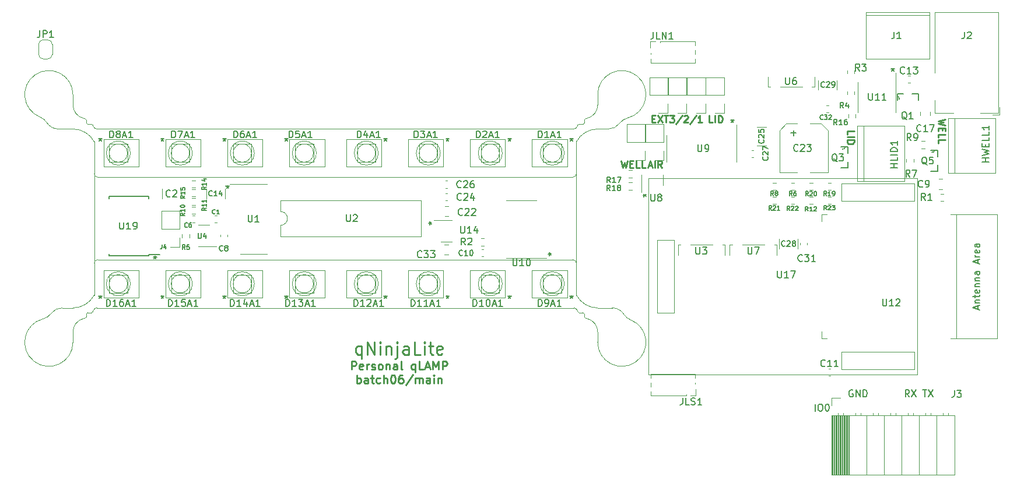
<source format=gto>
G04 #@! TF.GenerationSoftware,KiCad,Pcbnew,(6.0.5-0)*
G04 #@! TF.CreationDate,2023-01-16T15:52:05+09:00*
G04 #@! TF.ProjectId,qLAMP-main,714c414d-502d-46d6-9169-6e2e6b696361,rev?*
G04 #@! TF.SameCoordinates,Original*
G04 #@! TF.FileFunction,Legend,Top*
G04 #@! TF.FilePolarity,Positive*
%FSLAX46Y46*%
G04 Gerber Fmt 4.6, Leading zero omitted, Abs format (unit mm)*
G04 Created by KiCad (PCBNEW (6.0.5-0)) date 2023-01-16 15:52:05*
%MOMM*%
%LPD*%
G01*
G04 APERTURE LIST*
%ADD10C,0.100000*%
%ADD11C,0.254000*%
%ADD12C,0.150000*%
%ADD13C,0.149860*%
%ADD14C,0.120000*%
%ADD15C,0.152400*%
G04 APERTURE END LIST*
D10*
X147657227Y-111500000D02*
X147657227Y-92500000D01*
X70761525Y-88065903D02*
G75*
G03*
X69793791Y-87266166I-1693525J-1063897D01*
G01*
X70234056Y-116598779D02*
G75*
G03*
X71379757Y-115828755I-474256J1942979D01*
G01*
X127907202Y-111501637D02*
G75*
G03*
X127907202Y-111501637I-1750000J0D01*
G01*
X74563906Y-84004758D02*
G75*
G03*
X69793791Y-87266166I-3499996J-2D01*
G01*
X148059038Y-88305454D02*
G75*
G03*
X147886139Y-88404914I-38J-199946D01*
G01*
X76697682Y-115698282D02*
G75*
G03*
X76497682Y-115898256I18J-200018D01*
G01*
X76511958Y-88105442D02*
G75*
G03*
X76712016Y-88305442I200042J42D01*
G01*
X77255380Y-115698260D02*
G75*
G03*
X77428279Y-115598784I20J199960D01*
G01*
X77562677Y-88683690D02*
G75*
G03*
X77428293Y-88404914I-1863477J-726510D01*
G01*
X70761576Y-88065871D02*
G75*
G03*
X72455067Y-89001961I1693524J1063871D01*
G01*
X145907216Y-92502061D02*
G75*
G03*
X145907216Y-92502061I-1750000J0D01*
G01*
X72999668Y-115001696D02*
G75*
G03*
X71379757Y-115828755I32J-2000004D01*
G01*
X76512016Y-87717688D02*
X76512016Y-88105442D01*
X150750462Y-118498940D02*
G75*
G03*
X149182810Y-116546221I-1999962J40D01*
G01*
X77657201Y-90864958D02*
G75*
G03*
X74563643Y-89001961I-3093601J-1637042D01*
G01*
X74563901Y-118498940D02*
X74563901Y-119998940D01*
X147657202Y-108501637D02*
X147657202Y-113138748D01*
X148816736Y-88105442D02*
X148816736Y-87712572D01*
X77428284Y-115598787D02*
G75*
G03*
X77562669Y-115320010I-1729084J1005287D01*
G01*
X72999668Y-115001737D02*
X74563629Y-115001737D01*
X147285904Y-89002089D02*
G75*
G03*
X147751749Y-88683688I-4J499989D01*
G01*
X74563944Y-85504758D02*
G75*
G03*
X76131608Y-87457477I1999956J-42D01*
G01*
X74563915Y-84004758D02*
X74563915Y-85504758D01*
X78028528Y-89002061D02*
X147285904Y-89002061D01*
X109907202Y-111501637D02*
G75*
G03*
X109907202Y-111501637I-1750000J0D01*
G01*
X77657216Y-95502061D02*
X77657216Y-90864950D01*
X91907216Y-92502061D02*
G75*
G03*
X91907216Y-92502061I-1750000J0D01*
G01*
X152314750Y-89001961D02*
X150750789Y-89001961D01*
X77657202Y-113138748D02*
X77657202Y-108501637D01*
X147886136Y-88404912D02*
G75*
G03*
X147751749Y-88683688I1729064J-1005288D01*
G01*
X148934323Y-116474066D02*
G75*
G03*
X149182810Y-116546221I680677J1880166D01*
G01*
X77562682Y-88683688D02*
G75*
G03*
X78028528Y-89002061I465818J181588D01*
G01*
X76131593Y-116546217D02*
G75*
G03*
X76364170Y-116479751I-432293J1952817D01*
G01*
X155080376Y-87404975D02*
G75*
G03*
X150750517Y-84004758I-829876J3400175D01*
G01*
X136907202Y-111501637D02*
G75*
G03*
X136907202Y-111501637I-1750000J0D01*
G01*
X154552886Y-115937800D02*
G75*
G03*
X155520627Y-116737532I1693514J1063900D01*
G01*
X70234037Y-116598704D02*
G75*
G03*
X74563901Y-119998940I829863J-3400196D01*
G01*
X118907216Y-92502061D02*
G75*
G03*
X118907216Y-92502061I-1750000J0D01*
G01*
X147157216Y-96002061D02*
X78157216Y-96002061D01*
X118907202Y-111501637D02*
G75*
G03*
X118907202Y-111501637I-1750000J0D01*
G01*
X76131586Y-116546184D02*
G75*
G03*
X74563901Y-118498940I432314J-1952716D01*
G01*
X147657163Y-108501637D02*
G75*
G03*
X147157202Y-108001637I-499963J37D01*
G01*
X150750499Y-119998940D02*
G75*
G03*
X155520627Y-116737532I3500001J0D01*
G01*
X91907202Y-111501637D02*
G75*
G03*
X91907202Y-111501637I-1750000J0D01*
G01*
X150750775Y-115001737D02*
X152859351Y-115001737D01*
X147657216Y-90864950D02*
X147657216Y-95502061D01*
X147657204Y-113138747D02*
G75*
G03*
X150750775Y-115001737I3093596J1637047D01*
G01*
X100907202Y-111501637D02*
G75*
G03*
X100907202Y-111501637I-1750000J0D01*
G01*
X76712016Y-88305442D02*
X77255394Y-88305442D01*
X136907216Y-92502061D02*
G75*
G03*
X136907216Y-92502061I-1750000J0D01*
G01*
X147886126Y-115598783D02*
G75*
G03*
X148059024Y-115698256I172874J100483D01*
G01*
X109907216Y-92502061D02*
G75*
G03*
X109907216Y-92502061I-1750000J0D01*
G01*
X148059038Y-88305442D02*
X148616736Y-88305442D01*
X155080365Y-87404930D02*
G75*
G03*
X153934661Y-88174943I474235J-1942970D01*
G01*
X149182836Y-87457530D02*
G75*
G03*
X150750517Y-85504758I-432336J1952730D01*
G01*
X148950265Y-87523995D02*
G75*
G03*
X148816736Y-87712572I66435J-188605D01*
G01*
X145907202Y-111501637D02*
G75*
G03*
X145907202Y-111501637I-1750000J0D01*
G01*
X150750517Y-85504758D02*
X150750517Y-84004758D01*
X76497682Y-115898256D02*
X76497682Y-116291126D01*
X149182823Y-87457472D02*
G75*
G03*
X148950248Y-87523947I432377J-1952828D01*
G01*
X76380094Y-87529634D02*
G75*
G03*
X76131608Y-87457477I-680694J-1880166D01*
G01*
X147751722Y-115320015D02*
G75*
G03*
X147285890Y-115001637I-465822J-181585D01*
G01*
X148802444Y-115898256D02*
G75*
G03*
X148602402Y-115698256I-200044J-44D01*
G01*
X76364158Y-116479716D02*
G75*
G03*
X76497682Y-116291126I-66458J188616D01*
G01*
X154552902Y-115937790D02*
G75*
G03*
X152859351Y-115001737I-1693502J-1063910D01*
G01*
X78028514Y-115001627D02*
G75*
G03*
X77562669Y-115320010I-14J-499973D01*
G01*
X147157216Y-96002116D02*
G75*
G03*
X147657216Y-95502061I-16J500016D01*
G01*
X100907216Y-92502061D02*
G75*
G03*
X100907216Y-92502061I-1750000J0D01*
G01*
X152314750Y-89001936D02*
G75*
G03*
X153934661Y-88174943I50J1999936D01*
G01*
X77657214Y-92500000D02*
X77657214Y-111500000D01*
X147751740Y-115320008D02*
G75*
G03*
X147886125Y-115598784I1863460J726508D01*
G01*
X74563643Y-89001961D02*
X72455067Y-89001961D01*
X148616736Y-88305436D02*
G75*
G03*
X148816736Y-88105442I-36J200036D01*
G01*
X78157202Y-108001637D02*
X147157202Y-108001637D01*
X148802392Y-116286010D02*
G75*
G03*
X148934323Y-116474066I200008J10D01*
G01*
X77428280Y-88404922D02*
G75*
G03*
X77255394Y-88305442I-172880J-100478D01*
G01*
X77255380Y-115698256D02*
X76697682Y-115698256D01*
X76512016Y-87717688D02*
G75*
G03*
X76380095Y-87529632I-200016J-12D01*
G01*
X82907216Y-92502061D02*
G75*
G03*
X82907216Y-92502061I-1750000J0D01*
G01*
X77657239Y-95502061D02*
G75*
G03*
X78157216Y-96002061I499961J-39D01*
G01*
X148802402Y-116286010D02*
X148802402Y-115898256D01*
X150750789Y-89001972D02*
G75*
G03*
X147657216Y-90864950I11J-3500028D01*
G01*
X147285890Y-115001637D02*
X78028514Y-115001637D01*
X148602402Y-115698256D02*
X148059024Y-115698256D01*
X82907202Y-111501637D02*
G75*
G03*
X82907202Y-111501637I-1750000J0D01*
G01*
X150750503Y-119998940D02*
X150750503Y-118498940D01*
X74563629Y-115001743D02*
G75*
G03*
X77657202Y-113138748I-29J3500043D01*
G01*
X78157202Y-108001602D02*
G75*
G03*
X77657202Y-108501637I-2J-499998D01*
G01*
X127907216Y-92502061D02*
G75*
G03*
X127907216Y-92502061I-1750000J0D01*
G01*
D11*
X115777142Y-125962875D02*
X115777142Y-124762875D01*
X115777142Y-125220018D02*
X115891428Y-125162875D01*
X116120000Y-125162875D01*
X116234285Y-125220018D01*
X116291428Y-125277160D01*
X116348571Y-125391446D01*
X116348571Y-125734303D01*
X116291428Y-125848589D01*
X116234285Y-125905732D01*
X116120000Y-125962875D01*
X115891428Y-125962875D01*
X115777142Y-125905732D01*
X117377142Y-125962875D02*
X117377142Y-125334303D01*
X117320000Y-125220018D01*
X117205714Y-125162875D01*
X116977142Y-125162875D01*
X116862857Y-125220018D01*
X117377142Y-125905732D02*
X117262857Y-125962875D01*
X116977142Y-125962875D01*
X116862857Y-125905732D01*
X116805714Y-125791446D01*
X116805714Y-125677160D01*
X116862857Y-125562875D01*
X116977142Y-125505732D01*
X117262857Y-125505732D01*
X117377142Y-125448589D01*
X117777142Y-125162875D02*
X118234285Y-125162875D01*
X117948571Y-124762875D02*
X117948571Y-125791446D01*
X118005714Y-125905732D01*
X118120000Y-125962875D01*
X118234285Y-125962875D01*
X119148571Y-125905732D02*
X119034285Y-125962875D01*
X118805714Y-125962875D01*
X118691428Y-125905732D01*
X118634285Y-125848589D01*
X118577142Y-125734303D01*
X118577142Y-125391446D01*
X118634285Y-125277160D01*
X118691428Y-125220018D01*
X118805714Y-125162875D01*
X119034285Y-125162875D01*
X119148571Y-125220018D01*
X119662857Y-125962875D02*
X119662857Y-124762875D01*
X120177142Y-125962875D02*
X120177142Y-125334303D01*
X120120000Y-125220018D01*
X120005714Y-125162875D01*
X119834285Y-125162875D01*
X119720000Y-125220018D01*
X119662857Y-125277160D01*
X120977142Y-124762875D02*
X121091428Y-124762875D01*
X121205714Y-124820018D01*
X121262857Y-124877160D01*
X121320000Y-124991446D01*
X121377142Y-125220018D01*
X121377142Y-125505732D01*
X121320000Y-125734303D01*
X121262857Y-125848589D01*
X121205714Y-125905732D01*
X121091428Y-125962875D01*
X120977142Y-125962875D01*
X120862857Y-125905732D01*
X120805714Y-125848589D01*
X120748571Y-125734303D01*
X120691428Y-125505732D01*
X120691428Y-125220018D01*
X120748571Y-124991446D01*
X120805714Y-124877160D01*
X120862857Y-124820018D01*
X120977142Y-124762875D01*
X122405714Y-124762875D02*
X122177142Y-124762875D01*
X122062857Y-124820018D01*
X122005714Y-124877160D01*
X121891428Y-125048589D01*
X121834285Y-125277160D01*
X121834285Y-125734303D01*
X121891428Y-125848589D01*
X121948571Y-125905732D01*
X122062857Y-125962875D01*
X122291428Y-125962875D01*
X122405714Y-125905732D01*
X122462857Y-125848589D01*
X122520000Y-125734303D01*
X122520000Y-125448589D01*
X122462857Y-125334303D01*
X122405714Y-125277160D01*
X122291428Y-125220018D01*
X122062857Y-125220018D01*
X121948571Y-125277160D01*
X121891428Y-125334303D01*
X121834285Y-125448589D01*
X123891428Y-124705732D02*
X122862857Y-126248589D01*
X124291428Y-125962875D02*
X124291428Y-125162875D01*
X124291428Y-125277160D02*
X124348571Y-125220018D01*
X124462857Y-125162875D01*
X124634285Y-125162875D01*
X124748571Y-125220018D01*
X124805714Y-125334303D01*
X124805714Y-125962875D01*
X124805714Y-125334303D02*
X124862857Y-125220018D01*
X124977142Y-125162875D01*
X125148571Y-125162875D01*
X125262857Y-125220018D01*
X125320000Y-125334303D01*
X125320000Y-125962875D01*
X126405714Y-125962875D02*
X126405714Y-125334303D01*
X126348571Y-125220018D01*
X126234285Y-125162875D01*
X126005714Y-125162875D01*
X125891428Y-125220018D01*
X126405714Y-125905732D02*
X126291428Y-125962875D01*
X126005714Y-125962875D01*
X125891428Y-125905732D01*
X125834285Y-125791446D01*
X125834285Y-125677160D01*
X125891428Y-125562875D01*
X126005714Y-125505732D01*
X126291428Y-125505732D01*
X126405714Y-125448589D01*
X126977142Y-125962875D02*
X126977142Y-125162875D01*
X126977142Y-124762875D02*
X126920000Y-124820018D01*
X126977142Y-124877160D01*
X127034285Y-124820018D01*
X126977142Y-124762875D01*
X126977142Y-124877160D01*
X127548571Y-125162875D02*
X127548571Y-125962875D01*
X127548571Y-125277160D02*
X127605714Y-125220018D01*
X127720000Y-125162875D01*
X127891428Y-125162875D01*
X128005714Y-125220018D01*
X128062857Y-125334303D01*
X128062857Y-125962875D01*
X186960380Y-89784571D02*
X186960380Y-89300761D01*
X187976380Y-89300761D01*
X186960380Y-90123238D02*
X187976380Y-90123238D01*
X186960380Y-90607047D02*
X187976380Y-90607047D01*
X187976380Y-90848952D01*
X187928000Y-90994095D01*
X187831238Y-91090857D01*
X187734476Y-91139238D01*
X187540952Y-91187619D01*
X187395809Y-91187619D01*
X187202285Y-91139238D01*
X187105523Y-91090857D01*
X187008761Y-90994095D01*
X186960380Y-90848952D01*
X186960380Y-90607047D01*
X201256380Y-87602476D02*
X200240380Y-87844380D01*
X200966095Y-88037904D01*
X200240380Y-88231428D01*
X201256380Y-88473333D01*
X200772571Y-88860380D02*
X200772571Y-89199047D01*
X200240380Y-89344190D02*
X200240380Y-88860380D01*
X201256380Y-88860380D01*
X201256380Y-89344190D01*
X200240380Y-90263428D02*
X200240380Y-89779619D01*
X201256380Y-89779619D01*
X200240380Y-91085904D02*
X200240380Y-90602095D01*
X201256380Y-90602095D01*
X158645652Y-87527438D02*
X158984318Y-87527438D01*
X159129461Y-88059629D02*
X158645652Y-88059629D01*
X158645652Y-87043629D01*
X159129461Y-87043629D01*
X159468128Y-87043629D02*
X160145461Y-88059629D01*
X160145461Y-87043629D02*
X159468128Y-88059629D01*
X160387366Y-87043629D02*
X160967937Y-87043629D01*
X160677652Y-88059629D02*
X160677652Y-87043629D01*
X161209842Y-87043629D02*
X161838794Y-87043629D01*
X161500128Y-87430676D01*
X161645271Y-87430676D01*
X161742033Y-87479057D01*
X161790413Y-87527438D01*
X161838794Y-87624200D01*
X161838794Y-87866105D01*
X161790413Y-87962867D01*
X161742033Y-88011248D01*
X161645271Y-88059629D01*
X161354985Y-88059629D01*
X161258223Y-88011248D01*
X161209842Y-87962867D01*
X162999937Y-86995248D02*
X162129080Y-88301533D01*
X163290223Y-87140390D02*
X163338604Y-87092010D01*
X163435366Y-87043629D01*
X163677271Y-87043629D01*
X163774033Y-87092010D01*
X163822413Y-87140390D01*
X163870794Y-87237152D01*
X163870794Y-87333914D01*
X163822413Y-87479057D01*
X163241842Y-88059629D01*
X163870794Y-88059629D01*
X165031937Y-86995248D02*
X164161080Y-88301533D01*
X165902794Y-88059629D02*
X165322223Y-88059629D01*
X165612509Y-88059629D02*
X165612509Y-87043629D01*
X165515747Y-87188771D01*
X165418985Y-87285533D01*
X165322223Y-87333914D01*
X158108190Y-94319333D02*
X158592000Y-94319333D01*
X158011428Y-94609619D02*
X158350095Y-93593619D01*
X158688761Y-94609619D01*
X159027428Y-94609619D02*
X159027428Y-93593619D01*
X160091809Y-94609619D02*
X159753142Y-94125809D01*
X159511238Y-94609619D02*
X159511238Y-93593619D01*
X159898285Y-93593619D01*
X159995047Y-93642000D01*
X160043428Y-93690380D01*
X160091809Y-93787142D01*
X160091809Y-93932285D01*
X160043428Y-94029047D01*
X159995047Y-94077428D01*
X159898285Y-94125809D01*
X159511238Y-94125809D01*
X154172476Y-93593619D02*
X154414380Y-94609619D01*
X154607904Y-93883904D01*
X154801428Y-94609619D01*
X155043333Y-93593619D01*
X155430380Y-94077428D02*
X155769047Y-94077428D01*
X155914190Y-94609619D02*
X155430380Y-94609619D01*
X155430380Y-93593619D01*
X155914190Y-93593619D01*
X156833428Y-94609619D02*
X156349619Y-94609619D01*
X156349619Y-93593619D01*
X157655904Y-94609619D02*
X157172095Y-94609619D01*
X157172095Y-93593619D01*
X167444593Y-88059629D02*
X166960783Y-88059629D01*
X166960783Y-87043629D01*
X167783260Y-88059629D02*
X167783260Y-87043629D01*
X168267069Y-88059629D02*
X168267069Y-87043629D01*
X168508974Y-87043629D01*
X168654117Y-87092010D01*
X168750879Y-87188771D01*
X168799260Y-87285533D01*
X168847641Y-87479057D01*
X168847641Y-87624200D01*
X168799260Y-87817724D01*
X168750879Y-87914486D01*
X168654117Y-88011248D01*
X168508974Y-88059629D01*
X168267069Y-88059629D01*
D12*
X128950000Y-113162380D02*
X128950000Y-113400476D01*
X128711904Y-113305238D02*
X128950000Y-113400476D01*
X129188095Y-113305238D01*
X128807142Y-113590952D02*
X128950000Y-113400476D01*
X129092857Y-113590952D01*
X193590000Y-80122380D02*
X193590000Y-80360476D01*
X193351904Y-80265238D02*
X193590000Y-80360476D01*
X193828095Y-80265238D01*
X193447142Y-80550952D02*
X193590000Y-80360476D01*
X193732857Y-80550952D01*
X143562380Y-107190000D02*
X143800476Y-107190000D01*
X143705238Y-107428095D02*
X143800476Y-107190000D01*
X143705238Y-106951904D01*
X143990952Y-107332857D02*
X143800476Y-107190000D01*
X143990952Y-107047142D01*
X78550000Y-90292380D02*
X78550000Y-90530476D01*
X78311904Y-90435238D02*
X78550000Y-90530476D01*
X78788095Y-90435238D01*
X78407142Y-90720952D02*
X78550000Y-90530476D01*
X78692857Y-90720952D01*
X119950000Y-90292380D02*
X119950000Y-90530476D01*
X119711904Y-90435238D02*
X119950000Y-90530476D01*
X120188095Y-90435238D01*
X119807142Y-90720952D02*
X119950000Y-90530476D01*
X120092857Y-90720952D01*
X105550000Y-90292380D02*
X105550000Y-90530476D01*
X105311904Y-90435238D02*
X105550000Y-90530476D01*
X105788095Y-90435238D01*
X105407142Y-90720952D02*
X105550000Y-90530476D01*
X105692857Y-90720952D01*
D11*
X115005714Y-123962873D02*
X115005714Y-122762873D01*
X115462857Y-122762873D01*
X115577142Y-122820016D01*
X115634285Y-122877158D01*
X115691428Y-122991444D01*
X115691428Y-123162873D01*
X115634285Y-123277158D01*
X115577142Y-123334301D01*
X115462857Y-123391444D01*
X115005714Y-123391444D01*
X116662857Y-123905730D02*
X116548571Y-123962873D01*
X116320000Y-123962873D01*
X116205714Y-123905730D01*
X116148571Y-123791444D01*
X116148571Y-123334301D01*
X116205714Y-123220016D01*
X116320000Y-123162873D01*
X116548571Y-123162873D01*
X116662857Y-123220016D01*
X116720000Y-123334301D01*
X116720000Y-123448587D01*
X116148571Y-123562873D01*
X117234285Y-123962873D02*
X117234285Y-123162873D01*
X117234285Y-123391444D02*
X117291428Y-123277158D01*
X117348571Y-123220016D01*
X117462857Y-123162873D01*
X117577142Y-123162873D01*
X117920000Y-123905730D02*
X118034285Y-123962873D01*
X118262857Y-123962873D01*
X118377142Y-123905730D01*
X118434285Y-123791444D01*
X118434285Y-123734301D01*
X118377142Y-123620016D01*
X118262857Y-123562873D01*
X118091428Y-123562873D01*
X117977142Y-123505730D01*
X117920000Y-123391444D01*
X117920000Y-123334301D01*
X117977142Y-123220016D01*
X118091428Y-123162873D01*
X118262857Y-123162873D01*
X118377142Y-123220016D01*
X119120000Y-123962873D02*
X119005714Y-123905730D01*
X118948571Y-123848587D01*
X118891428Y-123734301D01*
X118891428Y-123391444D01*
X118948571Y-123277158D01*
X119005714Y-123220016D01*
X119120000Y-123162873D01*
X119291428Y-123162873D01*
X119405714Y-123220016D01*
X119462857Y-123277158D01*
X119520000Y-123391444D01*
X119520000Y-123734301D01*
X119462857Y-123848587D01*
X119405714Y-123905730D01*
X119291428Y-123962873D01*
X119120000Y-123962873D01*
X120034285Y-123162873D02*
X120034285Y-123962873D01*
X120034285Y-123277158D02*
X120091428Y-123220016D01*
X120205714Y-123162873D01*
X120377142Y-123162873D01*
X120491428Y-123220016D01*
X120548571Y-123334301D01*
X120548571Y-123962873D01*
X121634285Y-123962873D02*
X121634285Y-123334301D01*
X121577142Y-123220016D01*
X121462857Y-123162873D01*
X121234285Y-123162873D01*
X121120000Y-123220016D01*
X121634285Y-123905730D02*
X121520000Y-123962873D01*
X121234285Y-123962873D01*
X121120000Y-123905730D01*
X121062857Y-123791444D01*
X121062857Y-123677158D01*
X121120000Y-123562873D01*
X121234285Y-123505730D01*
X121520000Y-123505730D01*
X121634285Y-123448587D01*
X122377142Y-123962873D02*
X122262857Y-123905730D01*
X122205714Y-123791444D01*
X122205714Y-122762873D01*
X124262857Y-123162873D02*
X124262857Y-124362873D01*
X124262857Y-123905730D02*
X124148571Y-123962873D01*
X123920000Y-123962873D01*
X123805714Y-123905730D01*
X123748571Y-123848587D01*
X123691428Y-123734301D01*
X123691428Y-123391444D01*
X123748571Y-123277158D01*
X123805714Y-123220016D01*
X123920000Y-123162873D01*
X124148571Y-123162873D01*
X124262857Y-123220016D01*
X125405714Y-123962873D02*
X124834285Y-123962873D01*
X124834285Y-122762873D01*
X125748571Y-123620016D02*
X126320000Y-123620016D01*
X125634285Y-123962873D02*
X126034285Y-122762873D01*
X126434285Y-123962873D01*
X126834285Y-123962873D02*
X126834285Y-122762873D01*
X127234285Y-123620016D01*
X127634285Y-122762873D01*
X127634285Y-123962873D01*
X128205714Y-123962873D02*
X128205714Y-122762873D01*
X128662857Y-122762873D01*
X128777142Y-122820016D01*
X128834285Y-122877158D01*
X128891428Y-122991444D01*
X128891428Y-123162873D01*
X128834285Y-123277158D01*
X128777142Y-123334301D01*
X128662857Y-123391444D01*
X128205714Y-123391444D01*
D12*
X197939095Y-126932389D02*
X198510523Y-126932389D01*
X198224809Y-127932389D02*
X198224809Y-126932389D01*
X198748619Y-126932389D02*
X199415285Y-127932389D01*
X199415285Y-126932389D02*
X198748619Y-127932389D01*
D11*
X116434285Y-120574285D02*
X116434285Y-122374285D01*
X116434285Y-121688571D02*
X116262857Y-121774285D01*
X115920000Y-121774285D01*
X115748571Y-121688571D01*
X115662857Y-121602857D01*
X115577142Y-121431428D01*
X115577142Y-120917142D01*
X115662857Y-120745714D01*
X115748571Y-120660000D01*
X115920000Y-120574285D01*
X116262857Y-120574285D01*
X116434285Y-120660000D01*
X117291428Y-121774285D02*
X117291428Y-119974285D01*
X118320000Y-121774285D01*
X118320000Y-119974285D01*
X119177142Y-121774285D02*
X119177142Y-120574285D01*
X119177142Y-119974285D02*
X119091428Y-120060000D01*
X119177142Y-120145714D01*
X119262857Y-120060000D01*
X119177142Y-119974285D01*
X119177142Y-120145714D01*
X120034285Y-120574285D02*
X120034285Y-121774285D01*
X120034285Y-120745714D02*
X120120000Y-120660000D01*
X120291428Y-120574285D01*
X120548571Y-120574285D01*
X120720000Y-120660000D01*
X120805714Y-120831428D01*
X120805714Y-121774285D01*
X121662857Y-120574285D02*
X121662857Y-122117142D01*
X121577142Y-122288571D01*
X121405714Y-122374285D01*
X121320000Y-122374285D01*
X121662857Y-119974285D02*
X121577142Y-120060000D01*
X121662857Y-120145714D01*
X121748571Y-120060000D01*
X121662857Y-119974285D01*
X121662857Y-120145714D01*
X123291428Y-121774285D02*
X123291428Y-120831428D01*
X123205714Y-120660000D01*
X123034285Y-120574285D01*
X122691428Y-120574285D01*
X122520000Y-120660000D01*
X123291428Y-121688571D02*
X123120000Y-121774285D01*
X122691428Y-121774285D01*
X122520000Y-121688571D01*
X122434285Y-121517142D01*
X122434285Y-121345714D01*
X122520000Y-121174285D01*
X122691428Y-121088571D01*
X123120000Y-121088571D01*
X123291428Y-121002857D01*
X125005714Y-121774285D02*
X124148571Y-121774285D01*
X124148571Y-119974285D01*
X125605714Y-121774285D02*
X125605714Y-120574285D01*
X125605714Y-119974285D02*
X125520000Y-120060000D01*
X125605714Y-120145714D01*
X125691428Y-120060000D01*
X125605714Y-119974285D01*
X125605714Y-120145714D01*
X126205714Y-120574285D02*
X126891428Y-120574285D01*
X126462857Y-119974285D02*
X126462857Y-121517142D01*
X126548571Y-121688571D01*
X126720000Y-121774285D01*
X126891428Y-121774285D01*
X128177142Y-121688571D02*
X128005714Y-121774285D01*
X127662857Y-121774285D01*
X127491428Y-121688571D01*
X127405714Y-121517142D01*
X127405714Y-120831428D01*
X127491428Y-120660000D01*
X127662857Y-120574285D01*
X128005714Y-120574285D01*
X128177142Y-120660000D01*
X128262857Y-120831428D01*
X128262857Y-121002857D01*
X127405714Y-121174285D01*
D12*
X87550000Y-113162380D02*
X87550000Y-113400476D01*
X87311904Y-113305238D02*
X87550000Y-113400476D01*
X87788095Y-113305238D01*
X87407142Y-113590952D02*
X87550000Y-113400476D01*
X87692857Y-113590952D01*
X96550000Y-113162380D02*
X96550000Y-113400476D01*
X96311904Y-113305238D02*
X96550000Y-113400476D01*
X96788095Y-113305238D01*
X96407142Y-113590952D02*
X96550000Y-113400476D01*
X96692857Y-113590952D01*
X157322380Y-98650000D02*
X157560476Y-98650000D01*
X157465238Y-98888095D02*
X157560476Y-98650000D01*
X157465238Y-98411904D01*
X157750952Y-98792857D02*
X157560476Y-98650000D01*
X157750952Y-98507142D01*
X137950000Y-113162380D02*
X137950000Y-113400476D01*
X137711904Y-113305238D02*
X137950000Y-113400476D01*
X138188095Y-113305238D01*
X137807142Y-113590952D02*
X137950000Y-113400476D01*
X138092857Y-113590952D01*
X87550000Y-90292380D02*
X87550000Y-90530476D01*
X87311904Y-90435238D02*
X87550000Y-90530476D01*
X87788095Y-90435238D01*
X87407142Y-90720952D02*
X87550000Y-90530476D01*
X87692857Y-90720952D01*
X146950000Y-113162380D02*
X146950000Y-113400476D01*
X146711904Y-113305238D02*
X146950000Y-113400476D01*
X147188095Y-113305238D01*
X146807142Y-113590952D02*
X146950000Y-113400476D01*
X147092857Y-113590952D01*
X78550000Y-113162380D02*
X78550000Y-113400476D01*
X78311904Y-113305238D02*
X78550000Y-113400476D01*
X78788095Y-113305238D01*
X78407142Y-113590952D02*
X78550000Y-113400476D01*
X78692857Y-113590952D01*
X126222380Y-102690000D02*
X126460476Y-102690000D01*
X126365238Y-102928095D02*
X126460476Y-102690000D01*
X126365238Y-102451904D01*
X126650952Y-102832857D02*
X126460476Y-102690000D01*
X126650952Y-102547142D01*
X195994333Y-127932389D02*
X195661000Y-127456199D01*
X195422904Y-127932389D02*
X195422904Y-126932389D01*
X195803857Y-126932389D01*
X195899095Y-126980009D01*
X195946714Y-127027628D01*
X195994333Y-127122866D01*
X195994333Y-127265723D01*
X195946714Y-127360961D01*
X195899095Y-127408580D01*
X195803857Y-127456199D01*
X195422904Y-127456199D01*
X196327666Y-126932389D02*
X196994333Y-127932389D01*
X196994333Y-126932389D02*
X196327666Y-127932389D01*
X86470000Y-107412380D02*
X86470000Y-107650476D01*
X86231904Y-107555238D02*
X86470000Y-107650476D01*
X86708095Y-107555238D01*
X86327142Y-107840952D02*
X86470000Y-107650476D01*
X86612857Y-107840952D01*
X105550000Y-113162380D02*
X105550000Y-113400476D01*
X105311904Y-113305238D02*
X105550000Y-113400476D01*
X105788095Y-113305238D01*
X105407142Y-113590952D02*
X105550000Y-113400476D01*
X105692857Y-113590952D01*
X146950000Y-90292380D02*
X146950000Y-90530476D01*
X146711904Y-90435238D02*
X146950000Y-90530476D01*
X147188095Y-90435238D01*
X146807142Y-90720952D02*
X146950000Y-90530476D01*
X147092857Y-90720952D01*
X137950000Y-90292380D02*
X137950000Y-90530476D01*
X137711904Y-90435238D02*
X137950000Y-90530476D01*
X138188095Y-90435238D01*
X137807142Y-90720952D02*
X137950000Y-90530476D01*
X138092857Y-90720952D01*
X119950000Y-113162380D02*
X119950000Y-113400476D01*
X119711904Y-113305238D02*
X119950000Y-113400476D01*
X120188095Y-113305238D01*
X119807142Y-113590952D02*
X119950000Y-113400476D01*
X120092857Y-113590952D01*
X170290000Y-87572380D02*
X170290000Y-87810476D01*
X170051904Y-87715238D02*
X170290000Y-87810476D01*
X170528095Y-87715238D01*
X170147142Y-88000952D02*
X170290000Y-87810476D01*
X170432857Y-88000952D01*
X97010000Y-97152380D02*
X97010000Y-97390476D01*
X96771904Y-97295238D02*
X97010000Y-97390476D01*
X97248095Y-97295238D01*
X96867142Y-97580952D02*
X97010000Y-97390476D01*
X97152857Y-97580952D01*
X96550000Y-90292380D02*
X96550000Y-90530476D01*
X96311904Y-90435238D02*
X96550000Y-90530476D01*
X96788095Y-90435238D01*
X96407142Y-90720952D02*
X96550000Y-90530476D01*
X96692857Y-90720952D01*
X187779095Y-126980009D02*
X187683857Y-126932389D01*
X187541000Y-126932389D01*
X187398142Y-126980009D01*
X187302904Y-127075247D01*
X187255285Y-127170485D01*
X187207666Y-127360961D01*
X187207666Y-127503818D01*
X187255285Y-127694294D01*
X187302904Y-127789532D01*
X187398142Y-127884770D01*
X187541000Y-127932389D01*
X187636238Y-127932389D01*
X187779095Y-127884770D01*
X187826714Y-127837151D01*
X187826714Y-127503818D01*
X187636238Y-127503818D01*
X188255285Y-127932389D02*
X188255285Y-126932389D01*
X188826714Y-127932389D01*
X188826714Y-126932389D01*
X189302904Y-127932389D02*
X189302904Y-126932389D01*
X189541000Y-126932389D01*
X189683857Y-126980009D01*
X189779095Y-127075247D01*
X189826714Y-127170485D01*
X189874333Y-127360961D01*
X189874333Y-127503818D01*
X189826714Y-127694294D01*
X189779095Y-127789532D01*
X189683857Y-127884770D01*
X189541000Y-127932389D01*
X189302904Y-127932389D01*
X128950000Y-90292380D02*
X128950000Y-90530476D01*
X128711904Y-90435238D02*
X128950000Y-90530476D01*
X129188095Y-90435238D01*
X128807142Y-90720952D02*
X128950000Y-90530476D01*
X129092857Y-90720952D01*
X182320000Y-129992380D02*
X182320000Y-128992380D01*
X182986666Y-128992380D02*
X183177142Y-128992380D01*
X183272380Y-129040000D01*
X183367619Y-129135238D01*
X183415238Y-129325714D01*
X183415238Y-129659047D01*
X183367619Y-129849523D01*
X183272380Y-129944761D01*
X183177142Y-129992380D01*
X182986666Y-129992380D01*
X182891428Y-129944761D01*
X182796190Y-129849523D01*
X182748571Y-129659047D01*
X182748571Y-129325714D01*
X182796190Y-129135238D01*
X182891428Y-129040000D01*
X182986666Y-128992380D01*
X184034285Y-128992380D02*
X184129523Y-128992380D01*
X184224761Y-129040000D01*
X184272380Y-129087619D01*
X184320000Y-129182857D01*
X184367619Y-129373333D01*
X184367619Y-129611428D01*
X184320000Y-129801904D01*
X184272380Y-129897142D01*
X184224761Y-129944761D01*
X184129523Y-129992380D01*
X184034285Y-129992380D01*
X183939047Y-129944761D01*
X183891428Y-129897142D01*
X183843809Y-129801904D01*
X183796190Y-129611428D01*
X183796190Y-129373333D01*
X183843809Y-129182857D01*
X183891428Y-129087619D01*
X183939047Y-129040000D01*
X184034285Y-128992380D01*
X183991785Y-100767261D02*
X183780119Y-100464880D01*
X183628928Y-100767261D02*
X183628928Y-100132261D01*
X183870833Y-100132261D01*
X183931309Y-100162500D01*
X183961547Y-100192738D01*
X183991785Y-100253214D01*
X183991785Y-100343928D01*
X183961547Y-100404404D01*
X183931309Y-100434642D01*
X183870833Y-100464880D01*
X183628928Y-100464880D01*
X184233690Y-100192738D02*
X184263928Y-100162500D01*
X184324404Y-100132261D01*
X184475595Y-100132261D01*
X184536071Y-100162500D01*
X184566309Y-100192738D01*
X184596547Y-100253214D01*
X184596547Y-100313690D01*
X184566309Y-100404404D01*
X184203452Y-100767261D01*
X184596547Y-100767261D01*
X184808214Y-100132261D02*
X185201309Y-100132261D01*
X184989642Y-100374166D01*
X185080357Y-100374166D01*
X185140833Y-100404404D01*
X185171071Y-100434642D01*
X185201309Y-100495119D01*
X185201309Y-100646309D01*
X185171071Y-100706785D01*
X185140833Y-100737023D01*
X185080357Y-100767261D01*
X184898928Y-100767261D01*
X184838452Y-100737023D01*
X184808214Y-100706785D01*
X207592379Y-93775247D02*
X206592379Y-93775247D01*
X207068570Y-93775247D02*
X207068570Y-93203818D01*
X207592379Y-93203818D02*
X206592379Y-93203818D01*
X206592379Y-92822866D02*
X207592379Y-92584770D01*
X206878094Y-92394294D01*
X207592379Y-92203818D01*
X206592379Y-91965723D01*
X207068570Y-91584770D02*
X207068570Y-91251437D01*
X207592379Y-91108580D02*
X207592379Y-91584770D01*
X206592379Y-91584770D01*
X206592379Y-91108580D01*
X207592379Y-90203818D02*
X207592379Y-90680009D01*
X206592379Y-90680009D01*
X207592379Y-89394294D02*
X207592379Y-89870485D01*
X206592379Y-89870485D01*
X207592379Y-88537151D02*
X207592379Y-89108580D01*
X207592379Y-88822866D02*
X206592379Y-88822866D01*
X206735237Y-88918104D01*
X206830475Y-89013342D01*
X206878094Y-89108580D01*
X69746666Y-74682380D02*
X69746666Y-75396666D01*
X69699047Y-75539523D01*
X69603809Y-75634761D01*
X69460952Y-75682380D01*
X69365714Y-75682380D01*
X70222857Y-75682380D02*
X70222857Y-74682380D01*
X70603809Y-74682380D01*
X70699047Y-74730000D01*
X70746666Y-74777619D01*
X70794285Y-74872857D01*
X70794285Y-75015714D01*
X70746666Y-75110952D01*
X70699047Y-75158571D01*
X70603809Y-75206190D01*
X70222857Y-75206190D01*
X71746666Y-75682380D02*
X71175238Y-75682380D01*
X71460952Y-75682380D02*
X71460952Y-74682380D01*
X71365714Y-74825238D01*
X71270476Y-74920476D01*
X71175238Y-74968095D01*
X190081904Y-83792380D02*
X190081904Y-84601904D01*
X190129523Y-84697142D01*
X190177142Y-84744761D01*
X190272380Y-84792380D01*
X190462857Y-84792380D01*
X190558095Y-84744761D01*
X190605714Y-84697142D01*
X190653333Y-84601904D01*
X190653333Y-83792380D01*
X191653333Y-84792380D02*
X191081904Y-84792380D01*
X191367619Y-84792380D02*
X191367619Y-83792380D01*
X191272380Y-83935238D01*
X191177142Y-84030476D01*
X191081904Y-84078095D01*
X192605714Y-84792380D02*
X192034285Y-84792380D01*
X192320000Y-84792380D02*
X192320000Y-83792380D01*
X192224761Y-83935238D01*
X192129523Y-84030476D01*
X192034285Y-84078095D01*
X130841904Y-103132386D02*
X130841904Y-103941910D01*
X130889523Y-104037148D01*
X130937142Y-104084767D01*
X131032380Y-104132386D01*
X131222857Y-104132386D01*
X131318095Y-104084767D01*
X131365714Y-104037148D01*
X131413333Y-103941910D01*
X131413333Y-103132386D01*
X132413333Y-104132386D02*
X131841904Y-104132386D01*
X132127619Y-104132386D02*
X132127619Y-103132386D01*
X132032380Y-103275244D01*
X131937142Y-103370482D01*
X131841904Y-103418101D01*
X133270476Y-103465720D02*
X133270476Y-104132386D01*
X133032380Y-103084767D02*
X132794285Y-103799053D01*
X133413333Y-103799053D01*
X131117142Y-101457142D02*
X131069523Y-101504761D01*
X130926666Y-101552380D01*
X130831428Y-101552380D01*
X130688571Y-101504761D01*
X130593333Y-101409523D01*
X130545714Y-101314285D01*
X130498095Y-101123809D01*
X130498095Y-100980952D01*
X130545714Y-100790476D01*
X130593333Y-100695238D01*
X130688571Y-100600000D01*
X130831428Y-100552380D01*
X130926666Y-100552380D01*
X131069523Y-100600000D01*
X131117142Y-100647619D01*
X131498095Y-100647619D02*
X131545714Y-100600000D01*
X131640952Y-100552380D01*
X131879047Y-100552380D01*
X131974285Y-100600000D01*
X132021904Y-100647619D01*
X132069523Y-100742857D01*
X132069523Y-100838095D01*
X132021904Y-100980952D01*
X131450476Y-101552380D01*
X132069523Y-101552380D01*
X132450476Y-100647619D02*
X132498095Y-100600000D01*
X132593333Y-100552380D01*
X132831428Y-100552380D01*
X132926666Y-100600000D01*
X132974285Y-100647619D01*
X133021904Y-100742857D01*
X133021904Y-100838095D01*
X132974285Y-100980952D01*
X132402857Y-101552380D01*
X133021904Y-101552380D01*
X179827131Y-92147131D02*
X179779512Y-92194750D01*
X179636655Y-92242369D01*
X179541417Y-92242369D01*
X179398560Y-92194750D01*
X179303322Y-92099512D01*
X179255703Y-92004274D01*
X179208084Y-91813798D01*
X179208084Y-91670941D01*
X179255703Y-91480465D01*
X179303322Y-91385227D01*
X179398560Y-91289989D01*
X179541417Y-91242369D01*
X179636655Y-91242369D01*
X179779512Y-91289989D01*
X179827131Y-91337608D01*
X180208084Y-91337608D02*
X180255703Y-91289989D01*
X180350941Y-91242369D01*
X180589036Y-91242369D01*
X180684274Y-91289989D01*
X180731893Y-91337608D01*
X180779512Y-91432846D01*
X180779512Y-91528084D01*
X180731893Y-91670941D01*
X180160465Y-92242369D01*
X180779512Y-92242369D01*
X181112846Y-91242369D02*
X181731893Y-91242369D01*
X181398560Y-91623322D01*
X181541417Y-91623322D01*
X181636655Y-91670941D01*
X181684274Y-91718560D01*
X181731893Y-91813798D01*
X181731893Y-92051893D01*
X181684274Y-92147131D01*
X181636655Y-92194750D01*
X181541417Y-92242369D01*
X181255703Y-92242369D01*
X181160465Y-92194750D01*
X181112846Y-92147131D01*
X179201417Y-89960941D02*
X179201417Y-89199036D01*
X179582369Y-89579989D02*
X178820465Y-89579989D01*
X130947142Y-99257142D02*
X130899523Y-99304761D01*
X130756666Y-99352380D01*
X130661428Y-99352380D01*
X130518571Y-99304761D01*
X130423333Y-99209523D01*
X130375714Y-99114285D01*
X130328095Y-98923809D01*
X130328095Y-98780952D01*
X130375714Y-98590476D01*
X130423333Y-98495238D01*
X130518571Y-98400000D01*
X130661428Y-98352380D01*
X130756666Y-98352380D01*
X130899523Y-98400000D01*
X130947142Y-98447619D01*
X131328095Y-98447619D02*
X131375714Y-98400000D01*
X131470952Y-98352380D01*
X131709047Y-98352380D01*
X131804285Y-98400000D01*
X131851904Y-98447619D01*
X131899523Y-98542857D01*
X131899523Y-98638095D01*
X131851904Y-98780952D01*
X131280476Y-99352380D01*
X131899523Y-99352380D01*
X132756666Y-98685714D02*
X132756666Y-99352380D01*
X132518571Y-98304761D02*
X132280476Y-99019047D01*
X132899523Y-99019047D01*
X174835714Y-90564285D02*
X174873809Y-90602380D01*
X174911904Y-90716666D01*
X174911904Y-90792857D01*
X174873809Y-90907142D01*
X174797619Y-90983333D01*
X174721428Y-91021428D01*
X174569047Y-91059523D01*
X174454761Y-91059523D01*
X174302380Y-91021428D01*
X174226190Y-90983333D01*
X174150000Y-90907142D01*
X174111904Y-90792857D01*
X174111904Y-90716666D01*
X174150000Y-90602380D01*
X174188095Y-90564285D01*
X174188095Y-90259523D02*
X174150000Y-90221428D01*
X174111904Y-90145238D01*
X174111904Y-89954761D01*
X174150000Y-89878571D01*
X174188095Y-89840476D01*
X174264285Y-89802380D01*
X174340476Y-89802380D01*
X174454761Y-89840476D01*
X174911904Y-90297619D01*
X174911904Y-89802380D01*
X174111904Y-89078571D02*
X174111904Y-89459523D01*
X174492857Y-89497619D01*
X174454761Y-89459523D01*
X174416666Y-89383333D01*
X174416666Y-89192857D01*
X174454761Y-89116666D01*
X174492857Y-89078571D01*
X174569047Y-89040476D01*
X174759523Y-89040476D01*
X174835714Y-89078571D01*
X174873809Y-89116666D01*
X174911904Y-89192857D01*
X174911904Y-89383333D01*
X174873809Y-89459523D01*
X174835714Y-89497619D01*
X175425714Y-93044285D02*
X175463809Y-93082380D01*
X175501904Y-93196666D01*
X175501904Y-93272857D01*
X175463809Y-93387142D01*
X175387619Y-93463333D01*
X175311428Y-93501428D01*
X175159047Y-93539523D01*
X175044761Y-93539523D01*
X174892380Y-93501428D01*
X174816190Y-93463333D01*
X174740000Y-93387142D01*
X174701904Y-93272857D01*
X174701904Y-93196666D01*
X174740000Y-93082380D01*
X174778095Y-93044285D01*
X174778095Y-92739523D02*
X174740000Y-92701428D01*
X174701904Y-92625238D01*
X174701904Y-92434761D01*
X174740000Y-92358571D01*
X174778095Y-92320476D01*
X174854285Y-92282380D01*
X174930476Y-92282380D01*
X175044761Y-92320476D01*
X175501904Y-92777619D01*
X175501904Y-92282380D01*
X174701904Y-92015714D02*
X174701904Y-91482380D01*
X175501904Y-91825238D01*
X183665709Y-82865709D02*
X183627614Y-82903804D01*
X183513328Y-82941899D01*
X183437137Y-82941899D01*
X183322852Y-82903804D01*
X183246661Y-82827614D01*
X183208566Y-82751423D01*
X183170471Y-82599042D01*
X183170471Y-82484756D01*
X183208566Y-82332375D01*
X183246661Y-82256185D01*
X183322852Y-82179995D01*
X183437137Y-82141899D01*
X183513328Y-82141899D01*
X183627614Y-82179995D01*
X183665709Y-82218090D01*
X183970471Y-82218090D02*
X184008566Y-82179995D01*
X184084756Y-82141899D01*
X184275233Y-82141899D01*
X184351423Y-82179995D01*
X184389518Y-82218090D01*
X184427614Y-82294280D01*
X184427614Y-82370471D01*
X184389518Y-82484756D01*
X183932375Y-82941899D01*
X184427614Y-82941899D01*
X184808566Y-82941899D02*
X184960947Y-82941899D01*
X185037137Y-82903804D01*
X185075233Y-82865709D01*
X185151423Y-82751423D01*
X185189518Y-82599042D01*
X185189518Y-82294280D01*
X185151423Y-82218090D01*
X185113328Y-82179995D01*
X185037137Y-82141899D01*
X184884756Y-82141899D01*
X184808566Y-82179995D01*
X184770471Y-82218090D01*
X184732375Y-82294280D01*
X184732375Y-82484756D01*
X184770471Y-82560947D01*
X184808566Y-82599042D01*
X184884756Y-82637137D01*
X185037137Y-82637137D01*
X185113328Y-82599042D01*
X185151423Y-82560947D01*
X185189518Y-82484756D01*
X180457149Y-108157154D02*
X180409530Y-108204773D01*
X180266673Y-108252392D01*
X180171435Y-108252392D01*
X180028578Y-108204773D01*
X179933340Y-108109535D01*
X179885721Y-108014297D01*
X179838102Y-107823821D01*
X179838102Y-107680964D01*
X179885721Y-107490488D01*
X179933340Y-107395250D01*
X180028578Y-107300012D01*
X180171435Y-107252392D01*
X180266673Y-107252392D01*
X180409530Y-107300012D01*
X180457149Y-107347631D01*
X180790483Y-107252392D02*
X181409530Y-107252392D01*
X181076197Y-107633345D01*
X181219054Y-107633345D01*
X181314292Y-107680964D01*
X181361911Y-107728583D01*
X181409530Y-107823821D01*
X181409530Y-108061916D01*
X181361911Y-108157154D01*
X181314292Y-108204773D01*
X181219054Y-108252392D01*
X180933340Y-108252392D01*
X180838102Y-108204773D01*
X180790483Y-108157154D01*
X182361911Y-108252392D02*
X181790483Y-108252392D01*
X182076197Y-108252392D02*
X182076197Y-107252392D01*
X181980959Y-107395250D01*
X181885721Y-107490488D01*
X181790483Y-107538107D01*
X125197142Y-107607142D02*
X125149523Y-107654761D01*
X125006666Y-107702380D01*
X124911428Y-107702380D01*
X124768571Y-107654761D01*
X124673333Y-107559523D01*
X124625714Y-107464285D01*
X124578095Y-107273809D01*
X124578095Y-107130952D01*
X124625714Y-106940476D01*
X124673333Y-106845238D01*
X124768571Y-106750000D01*
X124911428Y-106702380D01*
X125006666Y-106702380D01*
X125149523Y-106750000D01*
X125197142Y-106797619D01*
X125530476Y-106702380D02*
X126149523Y-106702380D01*
X125816190Y-107083333D01*
X125959047Y-107083333D01*
X126054285Y-107130952D01*
X126101904Y-107178571D01*
X126149523Y-107273809D01*
X126149523Y-107511904D01*
X126101904Y-107607142D01*
X126054285Y-107654761D01*
X125959047Y-107702380D01*
X125673333Y-107702380D01*
X125578095Y-107654761D01*
X125530476Y-107607142D01*
X126482857Y-106702380D02*
X127101904Y-106702380D01*
X126768571Y-107083333D01*
X126911428Y-107083333D01*
X127006666Y-107130952D01*
X127054285Y-107178571D01*
X127101904Y-107273809D01*
X127101904Y-107511904D01*
X127054285Y-107607142D01*
X127006666Y-107654761D01*
X126911428Y-107702380D01*
X126625714Y-107702380D01*
X126530476Y-107654761D01*
X126482857Y-107607142D01*
X195307142Y-80877142D02*
X195259523Y-80924761D01*
X195116666Y-80972380D01*
X195021428Y-80972380D01*
X194878571Y-80924761D01*
X194783333Y-80829523D01*
X194735714Y-80734285D01*
X194688095Y-80543809D01*
X194688095Y-80400952D01*
X194735714Y-80210476D01*
X194783333Y-80115238D01*
X194878571Y-80020000D01*
X195021428Y-79972380D01*
X195116666Y-79972380D01*
X195259523Y-80020000D01*
X195307142Y-80067619D01*
X196259523Y-80972380D02*
X195688095Y-80972380D01*
X195973809Y-80972380D02*
X195973809Y-79972380D01*
X195878571Y-80115238D01*
X195783333Y-80210476D01*
X195688095Y-80258095D01*
X196592857Y-79972380D02*
X197211904Y-79972380D01*
X196878571Y-80353333D01*
X197021428Y-80353333D01*
X197116666Y-80400952D01*
X197164285Y-80448571D01*
X197211904Y-80543809D01*
X197211904Y-80781904D01*
X197164285Y-80877142D01*
X197116666Y-80924761D01*
X197021428Y-80972380D01*
X196735714Y-80972380D01*
X196640476Y-80924761D01*
X196592857Y-80877142D01*
X94760142Y-98662116D02*
X94723857Y-98698402D01*
X94615000Y-98734688D01*
X94542428Y-98734688D01*
X94433571Y-98698402D01*
X94361000Y-98625831D01*
X94324714Y-98553259D01*
X94288428Y-98408116D01*
X94288428Y-98299259D01*
X94324714Y-98154116D01*
X94361000Y-98081545D01*
X94433571Y-98008974D01*
X94542428Y-97972688D01*
X94615000Y-97972688D01*
X94723857Y-98008974D01*
X94760142Y-98045259D01*
X95485857Y-98734688D02*
X95050428Y-98734688D01*
X95268142Y-98734688D02*
X95268142Y-97972688D01*
X95195571Y-98081545D01*
X95123000Y-98154116D01*
X95050428Y-98190402D01*
X96139000Y-98226688D02*
X96139000Y-98734688D01*
X95957571Y-97936402D02*
X95776142Y-98480688D01*
X96247857Y-98480688D01*
X194272390Y-94604757D02*
X193272390Y-94604757D01*
X193748581Y-94604757D02*
X193748581Y-94033329D01*
X194272390Y-94033329D02*
X193272390Y-94033329D01*
X194272390Y-93080948D02*
X194272390Y-93557138D01*
X193272390Y-93557138D01*
X194272390Y-92747615D02*
X193272390Y-92747615D01*
X194272390Y-92271424D02*
X193272390Y-92271424D01*
X193272390Y-92033329D01*
X193320010Y-91890472D01*
X193415248Y-91795234D01*
X193510486Y-91747615D01*
X193700962Y-91699996D01*
X193843819Y-91699996D01*
X194034295Y-91747615D01*
X194129533Y-91795234D01*
X194224771Y-91890472D01*
X194272390Y-92033329D01*
X194272390Y-92271424D01*
X194272390Y-90747615D02*
X194272390Y-91319043D01*
X194272390Y-91033329D02*
X193272390Y-91033329D01*
X193415248Y-91128567D01*
X193510486Y-91223805D01*
X193558105Y-91319043D01*
X81351904Y-102562380D02*
X81351904Y-103371904D01*
X81399523Y-103467142D01*
X81447142Y-103514761D01*
X81542380Y-103562380D01*
X81732857Y-103562380D01*
X81828095Y-103514761D01*
X81875714Y-103467142D01*
X81923333Y-103371904D01*
X81923333Y-102562380D01*
X82923333Y-103562380D02*
X82351904Y-103562380D01*
X82637619Y-103562380D02*
X82637619Y-102562380D01*
X82542380Y-102705238D01*
X82447142Y-102800476D01*
X82351904Y-102848095D01*
X83399523Y-103562380D02*
X83590000Y-103562380D01*
X83685238Y-103514761D01*
X83732857Y-103467142D01*
X83828095Y-103324285D01*
X83875714Y-103133809D01*
X83875714Y-102752857D01*
X83828095Y-102657619D01*
X83780476Y-102610000D01*
X83685238Y-102562380D01*
X83494761Y-102562380D01*
X83399523Y-102610000D01*
X83351904Y-102657619D01*
X83304285Y-102752857D01*
X83304285Y-102990952D01*
X83351904Y-103086190D01*
X83399523Y-103133809D01*
X83494761Y-103181428D01*
X83685238Y-103181428D01*
X83780476Y-103133809D01*
X83828095Y-103086190D01*
X83875714Y-102990952D01*
X96313000Y-106632142D02*
X96276714Y-106668428D01*
X96167857Y-106704714D01*
X96095285Y-106704714D01*
X95986428Y-106668428D01*
X95913857Y-106595857D01*
X95877571Y-106523285D01*
X95841285Y-106378142D01*
X95841285Y-106269285D01*
X95877571Y-106124142D01*
X95913857Y-106051571D01*
X95986428Y-105979000D01*
X96095285Y-105942714D01*
X96167857Y-105942714D01*
X96276714Y-105979000D01*
X96313000Y-106015285D01*
X96748428Y-106269285D02*
X96675857Y-106233000D01*
X96639571Y-106196714D01*
X96603285Y-106124142D01*
X96603285Y-106087857D01*
X96639571Y-106015285D01*
X96675857Y-105979000D01*
X96748428Y-105942714D01*
X96893571Y-105942714D01*
X96966142Y-105979000D01*
X97002428Y-106015285D01*
X97038714Y-106087857D01*
X97038714Y-106124142D01*
X97002428Y-106196714D01*
X96966142Y-106233000D01*
X96893571Y-106269285D01*
X96748428Y-106269285D01*
X96675857Y-106305571D01*
X96639571Y-106341857D01*
X96603285Y-106414428D01*
X96603285Y-106559571D01*
X96639571Y-106632142D01*
X96675857Y-106668428D01*
X96748428Y-106704714D01*
X96893571Y-106704714D01*
X96966142Y-106668428D01*
X97002428Y-106632142D01*
X97038714Y-106559571D01*
X97038714Y-106414428D01*
X97002428Y-106341857D01*
X96966142Y-106305571D01*
X96893571Y-106269285D01*
X183767142Y-123447142D02*
X183719523Y-123494761D01*
X183576666Y-123542380D01*
X183481428Y-123542380D01*
X183338571Y-123494761D01*
X183243333Y-123399523D01*
X183195714Y-123304285D01*
X183148095Y-123113809D01*
X183148095Y-122970952D01*
X183195714Y-122780476D01*
X183243333Y-122685238D01*
X183338571Y-122590000D01*
X183481428Y-122542380D01*
X183576666Y-122542380D01*
X183719523Y-122590000D01*
X183767142Y-122637619D01*
X184719523Y-123542380D02*
X184148095Y-123542380D01*
X184433809Y-123542380D02*
X184433809Y-122542380D01*
X184338571Y-122685238D01*
X184243333Y-122780476D01*
X184148095Y-122828095D01*
X185671904Y-123542380D02*
X185100476Y-123542380D01*
X185386190Y-123542380D02*
X185386190Y-122542380D01*
X185290952Y-122685238D01*
X185195714Y-122780476D01*
X185100476Y-122828095D01*
X91174166Y-103206785D02*
X91143928Y-103237023D01*
X91053214Y-103267261D01*
X90992738Y-103267261D01*
X90902023Y-103237023D01*
X90841547Y-103176547D01*
X90811309Y-103116071D01*
X90781071Y-102995119D01*
X90781071Y-102904404D01*
X90811309Y-102783452D01*
X90841547Y-102722976D01*
X90902023Y-102662500D01*
X90992738Y-102632261D01*
X91053214Y-102632261D01*
X91143928Y-102662500D01*
X91174166Y-102692738D01*
X91718452Y-102632261D02*
X91597500Y-102632261D01*
X91537023Y-102662500D01*
X91506785Y-102692738D01*
X91446309Y-102783452D01*
X91416071Y-102904404D01*
X91416071Y-103146309D01*
X91446309Y-103206785D01*
X91476547Y-103237023D01*
X91537023Y-103267261D01*
X91657976Y-103267261D01*
X91718452Y-103237023D01*
X91748690Y-103206785D01*
X91778928Y-103146309D01*
X91778928Y-102995119D01*
X91748690Y-102934642D01*
X91718452Y-102904404D01*
X91657976Y-102874166D01*
X91537023Y-102874166D01*
X91476547Y-102904404D01*
X91446309Y-102934642D01*
X91416071Y-102995119D01*
X158458095Y-98482380D02*
X158458095Y-99291904D01*
X158505714Y-99387142D01*
X158553333Y-99434761D01*
X158648571Y-99482380D01*
X158839047Y-99482380D01*
X158934285Y-99434761D01*
X158981904Y-99387142D01*
X159029523Y-99291904D01*
X159029523Y-98482380D01*
X159648571Y-98910952D02*
X159553333Y-98863333D01*
X159505714Y-98815714D01*
X159458095Y-98720476D01*
X159458095Y-98672857D01*
X159505714Y-98577619D01*
X159553333Y-98530000D01*
X159648571Y-98482380D01*
X159839047Y-98482380D01*
X159934285Y-98530000D01*
X159981904Y-98577619D01*
X160029523Y-98672857D01*
X160029523Y-98720476D01*
X159981904Y-98815714D01*
X159934285Y-98863333D01*
X159839047Y-98910952D01*
X159648571Y-98910952D01*
X159553333Y-98958571D01*
X159505714Y-99006190D01*
X159458095Y-99101428D01*
X159458095Y-99291904D01*
X159505714Y-99387142D01*
X159553333Y-99434761D01*
X159648571Y-99482380D01*
X159839047Y-99482380D01*
X159934285Y-99434761D01*
X159981904Y-99387142D01*
X160029523Y-99291904D01*
X160029523Y-99101428D01*
X159981904Y-99006190D01*
X159934285Y-98958571D01*
X159839047Y-98910952D01*
X92729428Y-104152714D02*
X92729428Y-104769571D01*
X92765714Y-104842142D01*
X92802000Y-104878428D01*
X92874571Y-104914714D01*
X93019714Y-104914714D01*
X93092285Y-104878428D01*
X93128571Y-104842142D01*
X93164857Y-104769571D01*
X93164857Y-104152714D01*
X93854285Y-104406714D02*
X93854285Y-104914714D01*
X93672857Y-104116428D02*
X93491428Y-104660714D01*
X93963142Y-104660714D01*
X152585714Y-96761904D02*
X152319047Y-96380952D01*
X152128571Y-96761904D02*
X152128571Y-95961904D01*
X152433333Y-95961904D01*
X152509523Y-96000000D01*
X152547619Y-96038095D01*
X152585714Y-96114285D01*
X152585714Y-96228571D01*
X152547619Y-96304761D01*
X152509523Y-96342857D01*
X152433333Y-96380952D01*
X152128571Y-96380952D01*
X153347619Y-96761904D02*
X152890476Y-96761904D01*
X153119047Y-96761904D02*
X153119047Y-95961904D01*
X153042857Y-96076190D01*
X152966666Y-96152380D01*
X152890476Y-96190476D01*
X153614285Y-95961904D02*
X154147619Y-95961904D01*
X153804761Y-96761904D01*
X152555714Y-97951904D02*
X152289047Y-97570952D01*
X152098571Y-97951904D02*
X152098571Y-97151904D01*
X152403333Y-97151904D01*
X152479523Y-97190000D01*
X152517619Y-97228095D01*
X152555714Y-97304285D01*
X152555714Y-97418571D01*
X152517619Y-97494761D01*
X152479523Y-97532857D01*
X152403333Y-97570952D01*
X152098571Y-97570952D01*
X153317619Y-97951904D02*
X152860476Y-97951904D01*
X153089047Y-97951904D02*
X153089047Y-97151904D01*
X153012857Y-97266190D01*
X152936666Y-97342380D01*
X152860476Y-97380476D01*
X153774761Y-97494761D02*
X153698571Y-97456666D01*
X153660476Y-97418571D01*
X153622380Y-97342380D01*
X153622380Y-97304285D01*
X153660476Y-97228095D01*
X153698571Y-97190000D01*
X153774761Y-97151904D01*
X153927142Y-97151904D01*
X154003333Y-97190000D01*
X154041428Y-97228095D01*
X154079523Y-97304285D01*
X154079523Y-97342380D01*
X154041428Y-97418571D01*
X154003333Y-97456666D01*
X153927142Y-97494761D01*
X153774761Y-97494761D01*
X153698571Y-97532857D01*
X153660476Y-97570952D01*
X153622380Y-97647142D01*
X153622380Y-97799523D01*
X153660476Y-97875714D01*
X153698571Y-97913809D01*
X153774761Y-97951904D01*
X153927142Y-97951904D01*
X154003333Y-97913809D01*
X154041428Y-97875714D01*
X154079523Y-97799523D01*
X154079523Y-97647142D01*
X154041428Y-97570952D01*
X154003333Y-97532857D01*
X153927142Y-97494761D01*
X165293095Y-91293380D02*
X165293095Y-92102904D01*
X165340714Y-92198142D01*
X165388333Y-92245761D01*
X165483571Y-92293380D01*
X165674047Y-92293380D01*
X165769285Y-92245761D01*
X165816904Y-92198142D01*
X165864523Y-92102904D01*
X165864523Y-91293380D01*
X166388333Y-92293380D02*
X166578809Y-92293380D01*
X166674047Y-92245761D01*
X166721666Y-92198142D01*
X166816904Y-92055285D01*
X166864523Y-91864809D01*
X166864523Y-91483857D01*
X166816904Y-91388619D01*
X166769285Y-91341000D01*
X166674047Y-91293380D01*
X166483571Y-91293380D01*
X166388333Y-91341000D01*
X166340714Y-91388619D01*
X166293095Y-91483857D01*
X166293095Y-91721952D01*
X166340714Y-91817190D01*
X166388333Y-91864809D01*
X166483571Y-91912428D01*
X166674047Y-91912428D01*
X166769285Y-91864809D01*
X166816904Y-91817190D01*
X166864523Y-91721952D01*
X130917142Y-97447142D02*
X130869523Y-97494761D01*
X130726666Y-97542380D01*
X130631428Y-97542380D01*
X130488571Y-97494761D01*
X130393333Y-97399523D01*
X130345714Y-97304285D01*
X130298095Y-97113809D01*
X130298095Y-96970952D01*
X130345714Y-96780476D01*
X130393333Y-96685238D01*
X130488571Y-96590000D01*
X130631428Y-96542380D01*
X130726666Y-96542380D01*
X130869523Y-96590000D01*
X130917142Y-96637619D01*
X131298095Y-96637619D02*
X131345714Y-96590000D01*
X131440952Y-96542380D01*
X131679047Y-96542380D01*
X131774285Y-96590000D01*
X131821904Y-96637619D01*
X131869523Y-96732857D01*
X131869523Y-96828095D01*
X131821904Y-96970952D01*
X131250476Y-97542380D01*
X131869523Y-97542380D01*
X132726666Y-96542380D02*
X132536190Y-96542380D01*
X132440952Y-96590000D01*
X132393333Y-96637619D01*
X132298095Y-96780476D01*
X132250476Y-96970952D01*
X132250476Y-97351904D01*
X132298095Y-97447142D01*
X132345714Y-97494761D01*
X132440952Y-97542380D01*
X132631428Y-97542380D01*
X132726666Y-97494761D01*
X132774285Y-97447142D01*
X132821904Y-97351904D01*
X132821904Y-97113809D01*
X132774285Y-97018571D01*
X132726666Y-96970952D01*
X132631428Y-96923333D01*
X132440952Y-96923333D01*
X132345714Y-96970952D01*
X132298095Y-97018571D01*
X132250476Y-97113809D01*
X198559761Y-94177619D02*
X198464523Y-94130000D01*
X198369285Y-94034761D01*
X198226428Y-93891904D01*
X198131190Y-93844285D01*
X198035952Y-93844285D01*
X198083571Y-94082380D02*
X197988333Y-94034761D01*
X197893095Y-93939523D01*
X197845476Y-93749047D01*
X197845476Y-93415714D01*
X197893095Y-93225238D01*
X197988333Y-93130000D01*
X198083571Y-93082380D01*
X198274047Y-93082380D01*
X198369285Y-93130000D01*
X198464523Y-93225238D01*
X198512142Y-93415714D01*
X198512142Y-93749047D01*
X198464523Y-93939523D01*
X198369285Y-94034761D01*
X198274047Y-94082380D01*
X198083571Y-94082380D01*
X199416904Y-93082380D02*
X198940714Y-93082380D01*
X198893095Y-93558571D01*
X198940714Y-93510952D01*
X199035952Y-93463333D01*
X199274047Y-93463333D01*
X199369285Y-93510952D01*
X199416904Y-93558571D01*
X199464523Y-93653809D01*
X199464523Y-93891904D01*
X199416904Y-93987142D01*
X199369285Y-94034761D01*
X199274047Y-94082380D01*
X199035952Y-94082380D01*
X198940714Y-94034761D01*
X198893095Y-93987142D01*
X185514761Y-93737619D02*
X185419523Y-93690000D01*
X185324285Y-93594761D01*
X185181428Y-93451904D01*
X185086190Y-93404285D01*
X184990952Y-93404285D01*
X185038571Y-93642380D02*
X184943333Y-93594761D01*
X184848095Y-93499523D01*
X184800476Y-93309047D01*
X184800476Y-92975714D01*
X184848095Y-92785238D01*
X184943333Y-92690000D01*
X185038571Y-92642380D01*
X185229047Y-92642380D01*
X185324285Y-92690000D01*
X185419523Y-92785238D01*
X185467142Y-92975714D01*
X185467142Y-93309047D01*
X185419523Y-93499523D01*
X185324285Y-93594761D01*
X185229047Y-93642380D01*
X185038571Y-93642380D01*
X185800476Y-92642380D02*
X186419523Y-92642380D01*
X186086190Y-93023333D01*
X186229047Y-93023333D01*
X186324285Y-93070952D01*
X186371904Y-93118571D01*
X186419523Y-93213809D01*
X186419523Y-93451904D01*
X186371904Y-93547142D01*
X186324285Y-93594761D01*
X186229047Y-93642380D01*
X185943333Y-93642380D01*
X185848095Y-93594761D01*
X185800476Y-93547142D01*
X195636469Y-87627819D02*
X195541231Y-87580200D01*
X195445993Y-87484961D01*
X195303136Y-87342104D01*
X195207898Y-87294485D01*
X195112660Y-87294485D01*
X195160279Y-87532580D02*
X195065041Y-87484961D01*
X194969803Y-87389723D01*
X194922184Y-87199247D01*
X194922184Y-86865914D01*
X194969803Y-86675438D01*
X195065041Y-86580200D01*
X195160279Y-86532580D01*
X195350755Y-86532580D01*
X195445993Y-86580200D01*
X195541231Y-86675438D01*
X195588850Y-86865914D01*
X195588850Y-87199247D01*
X195541231Y-87389723D01*
X195445993Y-87484961D01*
X195350755Y-87532580D01*
X195160279Y-87532580D01*
X196541231Y-87532580D02*
X195969803Y-87532580D01*
X196255517Y-87532580D02*
X196255517Y-86532580D01*
X196160279Y-86675438D01*
X196065041Y-86770676D01*
X195969803Y-86818295D01*
X138439404Y-107875380D02*
X138439404Y-108684904D01*
X138487023Y-108780142D01*
X138534642Y-108827761D01*
X138629880Y-108875380D01*
X138820357Y-108875380D01*
X138915595Y-108827761D01*
X138963214Y-108780142D01*
X139010833Y-108684904D01*
X139010833Y-107875380D01*
X140010833Y-108875380D02*
X139439404Y-108875380D01*
X139725119Y-108875380D02*
X139725119Y-107875380D01*
X139629880Y-108018238D01*
X139534642Y-108113476D01*
X139439404Y-108161095D01*
X140629880Y-107875380D02*
X140725119Y-107875380D01*
X140820357Y-107923000D01*
X140867976Y-107970619D01*
X140915595Y-108065857D01*
X140963214Y-108256333D01*
X140963214Y-108494428D01*
X140915595Y-108684904D01*
X140867976Y-108780142D01*
X140820357Y-108827761D01*
X140725119Y-108875380D01*
X140629880Y-108875380D01*
X140534642Y-108827761D01*
X140487023Y-108780142D01*
X140439404Y-108684904D01*
X140391785Y-108494428D01*
X140391785Y-108256333D01*
X140439404Y-108065857D01*
X140487023Y-107970619D01*
X140534642Y-107923000D01*
X140629880Y-107875380D01*
X183971785Y-98697261D02*
X183760119Y-98394880D01*
X183608928Y-98697261D02*
X183608928Y-98062261D01*
X183850833Y-98062261D01*
X183911309Y-98092500D01*
X183941547Y-98122738D01*
X183971785Y-98183214D01*
X183971785Y-98273928D01*
X183941547Y-98334404D01*
X183911309Y-98364642D01*
X183850833Y-98394880D01*
X183608928Y-98394880D01*
X184576547Y-98697261D02*
X184213690Y-98697261D01*
X184395119Y-98697261D02*
X184395119Y-98062261D01*
X184334642Y-98152976D01*
X184274166Y-98213452D01*
X184213690Y-98243690D01*
X184878928Y-98697261D02*
X184999880Y-98697261D01*
X185060357Y-98667023D01*
X185090595Y-98636785D01*
X185151071Y-98546071D01*
X185181309Y-98425119D01*
X185181309Y-98183214D01*
X185151071Y-98122738D01*
X185120833Y-98092500D01*
X185060357Y-98062261D01*
X184939404Y-98062261D01*
X184878928Y-98092500D01*
X184848690Y-98122738D01*
X184818452Y-98183214D01*
X184818452Y-98334404D01*
X184848690Y-98394880D01*
X184878928Y-98425119D01*
X184939404Y-98455357D01*
X185060357Y-98455357D01*
X185120833Y-98425119D01*
X185151071Y-98394880D01*
X185181309Y-98334404D01*
X197933333Y-97367142D02*
X197885714Y-97414761D01*
X197742857Y-97462380D01*
X197647619Y-97462380D01*
X197504761Y-97414761D01*
X197409523Y-97319523D01*
X197361904Y-97224285D01*
X197314285Y-97033809D01*
X197314285Y-96890952D01*
X197361904Y-96700476D01*
X197409523Y-96605238D01*
X197504761Y-96510000D01*
X197647619Y-96462380D01*
X197742857Y-96462380D01*
X197885714Y-96510000D01*
X197933333Y-96557619D01*
X198409523Y-97462380D02*
X198600000Y-97462380D01*
X198695238Y-97414761D01*
X198742857Y-97367142D01*
X198838095Y-97224285D01*
X198885714Y-97033809D01*
X198885714Y-96652857D01*
X198838095Y-96557619D01*
X198790476Y-96510000D01*
X198695238Y-96462380D01*
X198504761Y-96462380D01*
X198409523Y-96510000D01*
X198361904Y-96557619D01*
X198314285Y-96652857D01*
X198314285Y-96890952D01*
X198361904Y-96986190D01*
X198409523Y-97033809D01*
X198504761Y-97081428D01*
X198695238Y-97081428D01*
X198790476Y-97033809D01*
X198838095Y-96986190D01*
X198885714Y-96890952D01*
X196243333Y-90672380D02*
X195910000Y-90196190D01*
X195671904Y-90672380D02*
X195671904Y-89672380D01*
X196052857Y-89672380D01*
X196148095Y-89720000D01*
X196195714Y-89767619D01*
X196243333Y-89862857D01*
X196243333Y-90005714D01*
X196195714Y-90100952D01*
X196148095Y-90148571D01*
X196052857Y-90196190D01*
X195671904Y-90196190D01*
X196719523Y-90672380D02*
X196910000Y-90672380D01*
X197005238Y-90624761D01*
X197052857Y-90577142D01*
X197148095Y-90434285D01*
X197195714Y-90243809D01*
X197195714Y-89862857D01*
X197148095Y-89767619D01*
X197100476Y-89720000D01*
X197005238Y-89672380D01*
X196814761Y-89672380D01*
X196719523Y-89720000D01*
X196671904Y-89767619D01*
X196624285Y-89862857D01*
X196624285Y-90100952D01*
X196671904Y-90196190D01*
X196719523Y-90243809D01*
X196814761Y-90291428D01*
X197005238Y-90291428D01*
X197100476Y-90243809D01*
X197148095Y-90196190D01*
X197195714Y-90100952D01*
X176274166Y-98687261D02*
X176062500Y-98384880D01*
X175911309Y-98687261D02*
X175911309Y-98052261D01*
X176153214Y-98052261D01*
X176213690Y-98082500D01*
X176243928Y-98112738D01*
X176274166Y-98173214D01*
X176274166Y-98263928D01*
X176243928Y-98324404D01*
X176213690Y-98354642D01*
X176153214Y-98384880D01*
X175911309Y-98384880D01*
X176637023Y-98324404D02*
X176576547Y-98294166D01*
X176546309Y-98263928D01*
X176516071Y-98203452D01*
X176516071Y-98173214D01*
X176546309Y-98112738D01*
X176576547Y-98082500D01*
X176637023Y-98052261D01*
X176757976Y-98052261D01*
X176818452Y-98082500D01*
X176848690Y-98112738D01*
X176878928Y-98173214D01*
X176878928Y-98203452D01*
X176848690Y-98263928D01*
X176818452Y-98294166D01*
X176757976Y-98324404D01*
X176637023Y-98324404D01*
X176576547Y-98354642D01*
X176546309Y-98384880D01*
X176516071Y-98445357D01*
X176516071Y-98566309D01*
X176546309Y-98626785D01*
X176576547Y-98657023D01*
X176637023Y-98687261D01*
X176757976Y-98687261D01*
X176818452Y-98657023D01*
X176848690Y-98626785D01*
X176878928Y-98566309D01*
X176878928Y-98445357D01*
X176848690Y-98384880D01*
X176818452Y-98354642D01*
X176757976Y-98324404D01*
X188783333Y-80552380D02*
X188450000Y-80076190D01*
X188211904Y-80552380D02*
X188211904Y-79552380D01*
X188592857Y-79552380D01*
X188688095Y-79600000D01*
X188735714Y-79647619D01*
X188783333Y-79742857D01*
X188783333Y-79885714D01*
X188735714Y-79980952D01*
X188688095Y-80028571D01*
X188592857Y-80076190D01*
X188211904Y-80076190D01*
X189116666Y-79552380D02*
X189735714Y-79552380D01*
X189402380Y-79933333D01*
X189545238Y-79933333D01*
X189640476Y-79980952D01*
X189688095Y-80028571D01*
X189735714Y-80123809D01*
X189735714Y-80361904D01*
X189688095Y-80457142D01*
X189640476Y-80504761D01*
X189545238Y-80552380D01*
X189259523Y-80552380D01*
X189164285Y-80504761D01*
X189116666Y-80457142D01*
X186436666Y-85951904D02*
X186170000Y-85570952D01*
X185979523Y-85951904D02*
X185979523Y-85151904D01*
X186284285Y-85151904D01*
X186360476Y-85190000D01*
X186398571Y-85228095D01*
X186436666Y-85304285D01*
X186436666Y-85418571D01*
X186398571Y-85494761D01*
X186360476Y-85532857D01*
X186284285Y-85570952D01*
X185979523Y-85570952D01*
X187122380Y-85418571D02*
X187122380Y-85951904D01*
X186931904Y-85113809D02*
X186741428Y-85685238D01*
X187236666Y-85685238D01*
X196073333Y-95952380D02*
X195740000Y-95476190D01*
X195501904Y-95952380D02*
X195501904Y-94952380D01*
X195882857Y-94952380D01*
X195978095Y-95000000D01*
X196025714Y-95047619D01*
X196073333Y-95142857D01*
X196073333Y-95285714D01*
X196025714Y-95380952D01*
X195978095Y-95428571D01*
X195882857Y-95476190D01*
X195501904Y-95476190D01*
X196406666Y-94952380D02*
X197073333Y-94952380D01*
X196644761Y-95952380D01*
X178974166Y-98697261D02*
X178762500Y-98394880D01*
X178611309Y-98697261D02*
X178611309Y-98062261D01*
X178853214Y-98062261D01*
X178913690Y-98092500D01*
X178943928Y-98122738D01*
X178974166Y-98183214D01*
X178974166Y-98273928D01*
X178943928Y-98334404D01*
X178913690Y-98364642D01*
X178853214Y-98394880D01*
X178611309Y-98394880D01*
X179518452Y-98062261D02*
X179397500Y-98062261D01*
X179337023Y-98092500D01*
X179306785Y-98122738D01*
X179246309Y-98213452D01*
X179216071Y-98334404D01*
X179216071Y-98576309D01*
X179246309Y-98636785D01*
X179276547Y-98667023D01*
X179337023Y-98697261D01*
X179457976Y-98697261D01*
X179518452Y-98667023D01*
X179548690Y-98636785D01*
X179578928Y-98576309D01*
X179578928Y-98425119D01*
X179548690Y-98364642D01*
X179518452Y-98334404D01*
X179457976Y-98304166D01*
X179337023Y-98304166D01*
X179276547Y-98334404D01*
X179246309Y-98364642D01*
X179216071Y-98425119D01*
X131533331Y-105852371D02*
X131199998Y-105376181D01*
X130961902Y-105852371D02*
X130961902Y-104852371D01*
X131342855Y-104852371D01*
X131438093Y-104899991D01*
X131485712Y-104947610D01*
X131533331Y-105042848D01*
X131533331Y-105185705D01*
X131485712Y-105280943D01*
X131438093Y-105328562D01*
X131342855Y-105376181D01*
X130961902Y-105376181D01*
X131914283Y-104947610D02*
X131961902Y-104899991D01*
X132057140Y-104852371D01*
X132295236Y-104852371D01*
X132390474Y-104899991D01*
X132438093Y-104947610D01*
X132485712Y-105042848D01*
X132485712Y-105138086D01*
X132438093Y-105280943D01*
X131866664Y-105852371D01*
X132485712Y-105852371D01*
X198323333Y-99342380D02*
X197990000Y-98866190D01*
X197751904Y-99342380D02*
X197751904Y-98342380D01*
X198132857Y-98342380D01*
X198228095Y-98390000D01*
X198275714Y-98437619D01*
X198323333Y-98532857D01*
X198323333Y-98675714D01*
X198275714Y-98770952D01*
X198228095Y-98818571D01*
X198132857Y-98866190D01*
X197751904Y-98866190D01*
X199275714Y-99342380D02*
X198704285Y-99342380D01*
X198990000Y-99342380D02*
X198990000Y-98342380D01*
X198894761Y-98485238D01*
X198799523Y-98580476D01*
X198704285Y-98628095D01*
X185495714Y-88401904D02*
X185229047Y-88020952D01*
X185038571Y-88401904D02*
X185038571Y-87601904D01*
X185343333Y-87601904D01*
X185419523Y-87640000D01*
X185457619Y-87678095D01*
X185495714Y-87754285D01*
X185495714Y-87868571D01*
X185457619Y-87944761D01*
X185419523Y-87982857D01*
X185343333Y-88020952D01*
X185038571Y-88020952D01*
X186257619Y-88401904D02*
X185800476Y-88401904D01*
X186029047Y-88401904D02*
X186029047Y-87601904D01*
X185952857Y-87716190D01*
X185876666Y-87792380D01*
X185800476Y-87830476D01*
X186943333Y-87601904D02*
X186790952Y-87601904D01*
X186714761Y-87640000D01*
X186676666Y-87678095D01*
X186600476Y-87792380D01*
X186562380Y-87944761D01*
X186562380Y-88249523D01*
X186600476Y-88325714D01*
X186638571Y-88363809D01*
X186714761Y-88401904D01*
X186867142Y-88401904D01*
X186943333Y-88363809D01*
X186981428Y-88325714D01*
X187019523Y-88249523D01*
X187019523Y-88059047D01*
X186981428Y-87982857D01*
X186943333Y-87944761D01*
X186867142Y-87906666D01*
X186714761Y-87906666D01*
X186638571Y-87944761D01*
X186600476Y-87982857D01*
X186562380Y-88059047D01*
X131105714Y-107315714D02*
X131067619Y-107353809D01*
X130953333Y-107391904D01*
X130877142Y-107391904D01*
X130762857Y-107353809D01*
X130686666Y-107277619D01*
X130648571Y-107201428D01*
X130610476Y-107049047D01*
X130610476Y-106934761D01*
X130648571Y-106782380D01*
X130686666Y-106706190D01*
X130762857Y-106630000D01*
X130877142Y-106591904D01*
X130953333Y-106591904D01*
X131067619Y-106630000D01*
X131105714Y-106668095D01*
X131867619Y-107391904D02*
X131410476Y-107391904D01*
X131639047Y-107391904D02*
X131639047Y-106591904D01*
X131562857Y-106706190D01*
X131486666Y-106782380D01*
X131410476Y-106820476D01*
X132362857Y-106591904D02*
X132439047Y-106591904D01*
X132515238Y-106630000D01*
X132553333Y-106668095D01*
X132591428Y-106744285D01*
X132629523Y-106896666D01*
X132629523Y-107087142D01*
X132591428Y-107239523D01*
X132553333Y-107315714D01*
X132515238Y-107353809D01*
X132439047Y-107391904D01*
X132362857Y-107391904D01*
X132286666Y-107353809D01*
X132248571Y-107315714D01*
X132210476Y-107239523D01*
X132172380Y-107087142D01*
X132172380Y-106896666D01*
X132210476Y-106744285D01*
X132248571Y-106668095D01*
X132286666Y-106630000D01*
X132362857Y-106591904D01*
X177945714Y-105965714D02*
X177907619Y-106003809D01*
X177793333Y-106041904D01*
X177717142Y-106041904D01*
X177602857Y-106003809D01*
X177526666Y-105927619D01*
X177488571Y-105851428D01*
X177450476Y-105699047D01*
X177450476Y-105584761D01*
X177488571Y-105432380D01*
X177526666Y-105356190D01*
X177602857Y-105280000D01*
X177717142Y-105241904D01*
X177793333Y-105241904D01*
X177907619Y-105280000D01*
X177945714Y-105318095D01*
X178250476Y-105318095D02*
X178288571Y-105280000D01*
X178364761Y-105241904D01*
X178555238Y-105241904D01*
X178631428Y-105280000D01*
X178669523Y-105318095D01*
X178707619Y-105394285D01*
X178707619Y-105470476D01*
X178669523Y-105584761D01*
X178212380Y-106041904D01*
X178707619Y-106041904D01*
X179164761Y-105584761D02*
X179088571Y-105546666D01*
X179050476Y-105508571D01*
X179012380Y-105432380D01*
X179012380Y-105394285D01*
X179050476Y-105318095D01*
X179088571Y-105280000D01*
X179164761Y-105241904D01*
X179317142Y-105241904D01*
X179393333Y-105280000D01*
X179431428Y-105318095D01*
X179469523Y-105394285D01*
X179469523Y-105432380D01*
X179431428Y-105508571D01*
X179393333Y-105546666D01*
X179317142Y-105584761D01*
X179164761Y-105584761D01*
X179088571Y-105622857D01*
X179050476Y-105660952D01*
X179012380Y-105737142D01*
X179012380Y-105889523D01*
X179050476Y-105965714D01*
X179088571Y-106003809D01*
X179164761Y-106041904D01*
X179317142Y-106041904D01*
X179393333Y-106003809D01*
X179431428Y-105965714D01*
X179469523Y-105889523D01*
X179469523Y-105737142D01*
X179431428Y-105660952D01*
X179393333Y-105622857D01*
X179317142Y-105584761D01*
X183452142Y-87542142D02*
X183421190Y-87573095D01*
X183328333Y-87604047D01*
X183266428Y-87604047D01*
X183173571Y-87573095D01*
X183111666Y-87511190D01*
X183080714Y-87449285D01*
X183049761Y-87325476D01*
X183049761Y-87232619D01*
X183080714Y-87108809D01*
X183111666Y-87046904D01*
X183173571Y-86985000D01*
X183266428Y-86954047D01*
X183328333Y-86954047D01*
X183421190Y-86985000D01*
X183452142Y-87015952D01*
X183668809Y-86954047D02*
X184071190Y-86954047D01*
X183854523Y-87201666D01*
X183947380Y-87201666D01*
X184009285Y-87232619D01*
X184040238Y-87263571D01*
X184071190Y-87325476D01*
X184071190Y-87480238D01*
X184040238Y-87542142D01*
X184009285Y-87573095D01*
X183947380Y-87604047D01*
X183761666Y-87604047D01*
X183699761Y-87573095D01*
X183668809Y-87542142D01*
X184318809Y-87015952D02*
X184349761Y-86985000D01*
X184411666Y-86954047D01*
X184566428Y-86954047D01*
X184628333Y-86985000D01*
X184659285Y-87015952D01*
X184690238Y-87077857D01*
X184690238Y-87139761D01*
X184659285Y-87232619D01*
X184287857Y-87604047D01*
X184690238Y-87604047D01*
X204006655Y-74882391D02*
X204006655Y-75596677D01*
X203959036Y-75739534D01*
X203863798Y-75834772D01*
X203720941Y-75882391D01*
X203625703Y-75882391D01*
X204435227Y-74977630D02*
X204482846Y-74930011D01*
X204578084Y-74882391D01*
X204816179Y-74882391D01*
X204911417Y-74930011D01*
X204959036Y-74977630D01*
X205006655Y-75072868D01*
X205006655Y-75168106D01*
X204959036Y-75310963D01*
X204387608Y-75882391D01*
X205006655Y-75882391D01*
X123648171Y-114762380D02*
X123648171Y-113762380D01*
X123886266Y-113762380D01*
X124029123Y-113810000D01*
X124124361Y-113905238D01*
X124171980Y-114000476D01*
X124219599Y-114190952D01*
X124219599Y-114333809D01*
X124171980Y-114524285D01*
X124124361Y-114619523D01*
X124029123Y-114714761D01*
X123886266Y-114762380D01*
X123648171Y-114762380D01*
X125171980Y-114762380D02*
X124600552Y-114762380D01*
X124886266Y-114762380D02*
X124886266Y-113762380D01*
X124791028Y-113905238D01*
X124695790Y-114000476D01*
X124600552Y-114048095D01*
X126124361Y-114762380D02*
X125552933Y-114762380D01*
X125838647Y-114762380D02*
X125838647Y-113762380D01*
X125743409Y-113905238D01*
X125648171Y-114000476D01*
X125552933Y-114048095D01*
X126505314Y-114476666D02*
X126981504Y-114476666D01*
X126410076Y-114762380D02*
X126743409Y-113762380D01*
X127076742Y-114762380D01*
X127933885Y-114762380D02*
X127362457Y-114762380D01*
X127648171Y-114762380D02*
X127648171Y-113762380D01*
X127552933Y-113905238D01*
X127457695Y-114000476D01*
X127362457Y-114048095D01*
X133124361Y-90262368D02*
X133124361Y-89262368D01*
X133362457Y-89262368D01*
X133505314Y-89309988D01*
X133600552Y-89405226D01*
X133648171Y-89500464D01*
X133695790Y-89690940D01*
X133695790Y-89833797D01*
X133648171Y-90024273D01*
X133600552Y-90119511D01*
X133505314Y-90214749D01*
X133362457Y-90262368D01*
X133124361Y-90262368D01*
X134076742Y-89357607D02*
X134124361Y-89309988D01*
X134219599Y-89262368D01*
X134457695Y-89262368D01*
X134552933Y-89309988D01*
X134600552Y-89357607D01*
X134648171Y-89452845D01*
X134648171Y-89548083D01*
X134600552Y-89690940D01*
X134029123Y-90262368D01*
X134648171Y-90262368D01*
X135029123Y-89976654D02*
X135505314Y-89976654D01*
X134933885Y-90262368D02*
X135267219Y-89262368D01*
X135600552Y-90262368D01*
X136457695Y-90262368D02*
X135886266Y-90262368D01*
X136171980Y-90262368D02*
X136171980Y-89262368D01*
X136076742Y-89405226D01*
X135981504Y-89500464D01*
X135886266Y-89548083D01*
X97428163Y-114762380D02*
X97428163Y-113762380D01*
X97666258Y-113762380D01*
X97809115Y-113810000D01*
X97904353Y-113905238D01*
X97951972Y-114000476D01*
X97999591Y-114190952D01*
X97999591Y-114333809D01*
X97951972Y-114524285D01*
X97904353Y-114619523D01*
X97809115Y-114714761D01*
X97666258Y-114762380D01*
X97428163Y-114762380D01*
X98951972Y-114762380D02*
X98380544Y-114762380D01*
X98666258Y-114762380D02*
X98666258Y-113762380D01*
X98571020Y-113905238D01*
X98475782Y-114000476D01*
X98380544Y-114048095D01*
X99809115Y-114095714D02*
X99809115Y-114762380D01*
X99571020Y-113714761D02*
X99332925Y-114429047D01*
X99951972Y-114429047D01*
X100285306Y-114476666D02*
X100761496Y-114476666D01*
X100190068Y-114762380D02*
X100523401Y-113762380D01*
X100856734Y-114762380D01*
X101713877Y-114762380D02*
X101142449Y-114762380D01*
X101428163Y-114762380D02*
X101428163Y-113762380D01*
X101332925Y-113905238D01*
X101237687Y-114000476D01*
X101142449Y-114048095D01*
X97904353Y-90262368D02*
X97904353Y-89262368D01*
X98142449Y-89262368D01*
X98285306Y-89309988D01*
X98380544Y-89405226D01*
X98428163Y-89500464D01*
X98475782Y-89690940D01*
X98475782Y-89833797D01*
X98428163Y-90024273D01*
X98380544Y-90119511D01*
X98285306Y-90214749D01*
X98142449Y-90262368D01*
X97904353Y-90262368D01*
X99332925Y-89262368D02*
X99142449Y-89262368D01*
X99047211Y-89309988D01*
X98999591Y-89357607D01*
X98904353Y-89500464D01*
X98856734Y-89690940D01*
X98856734Y-90071892D01*
X98904353Y-90167130D01*
X98951972Y-90214749D01*
X99047211Y-90262368D01*
X99237687Y-90262368D01*
X99332925Y-90214749D01*
X99380544Y-90167130D01*
X99428163Y-90071892D01*
X99428163Y-89833797D01*
X99380544Y-89738559D01*
X99332925Y-89690940D01*
X99237687Y-89643321D01*
X99047211Y-89643321D01*
X98951972Y-89690940D01*
X98904353Y-89738559D01*
X98856734Y-89833797D01*
X99809115Y-89976654D02*
X100285306Y-89976654D01*
X99713877Y-90262368D02*
X100047211Y-89262368D01*
X100380544Y-90262368D01*
X101237687Y-90262368D02*
X100666258Y-90262368D01*
X100951972Y-90262368D02*
X100951972Y-89262368D01*
X100856734Y-89405226D01*
X100761496Y-89500464D01*
X100666258Y-89548083D01*
X178631785Y-100847261D02*
X178420119Y-100544880D01*
X178268928Y-100847261D02*
X178268928Y-100212261D01*
X178510833Y-100212261D01*
X178571309Y-100242500D01*
X178601547Y-100272738D01*
X178631785Y-100333214D01*
X178631785Y-100423928D01*
X178601547Y-100484404D01*
X178571309Y-100514642D01*
X178510833Y-100544880D01*
X178268928Y-100544880D01*
X178873690Y-100272738D02*
X178903928Y-100242500D01*
X178964404Y-100212261D01*
X179115595Y-100212261D01*
X179176071Y-100242500D01*
X179206309Y-100272738D01*
X179236547Y-100333214D01*
X179236547Y-100393690D01*
X179206309Y-100484404D01*
X178843452Y-100847261D01*
X179236547Y-100847261D01*
X179478452Y-100272738D02*
X179508690Y-100242500D01*
X179569166Y-100212261D01*
X179720357Y-100212261D01*
X179780833Y-100242500D01*
X179811071Y-100272738D01*
X179841309Y-100333214D01*
X179841309Y-100393690D01*
X179811071Y-100484404D01*
X179448214Y-100847261D01*
X179841309Y-100847261D01*
X193774956Y-74872162D02*
X193774956Y-75586448D01*
X193727337Y-75729305D01*
X193632099Y-75824543D01*
X193489242Y-75872162D01*
X193394004Y-75872162D01*
X194774956Y-75872162D02*
X194203528Y-75872162D01*
X194489242Y-75872162D02*
X194489242Y-74872162D01*
X194394004Y-75015020D01*
X194298766Y-75110258D01*
X194203528Y-75157877D01*
X88683333Y-98787142D02*
X88635714Y-98834761D01*
X88492857Y-98882380D01*
X88397619Y-98882380D01*
X88254761Y-98834761D01*
X88159523Y-98739523D01*
X88111904Y-98644285D01*
X88064285Y-98453809D01*
X88064285Y-98310952D01*
X88111904Y-98120476D01*
X88159523Y-98025238D01*
X88254761Y-97930000D01*
X88397619Y-97882380D01*
X88492857Y-97882380D01*
X88635714Y-97930000D01*
X88683333Y-97977619D01*
X89064285Y-97977619D02*
X89111904Y-97930000D01*
X89207142Y-97882380D01*
X89445238Y-97882380D01*
X89540476Y-97930000D01*
X89588095Y-97977619D01*
X89635714Y-98072857D01*
X89635714Y-98168095D01*
X89588095Y-98310952D01*
X89016666Y-98882380D01*
X89635714Y-98882380D01*
X100008095Y-101507380D02*
X100008095Y-102316904D01*
X100055714Y-102412142D01*
X100103333Y-102459761D01*
X100198571Y-102507380D01*
X100389047Y-102507380D01*
X100484285Y-102459761D01*
X100531904Y-102412142D01*
X100579523Y-102316904D01*
X100579523Y-101507380D01*
X101579523Y-102507380D02*
X101008095Y-102507380D01*
X101293809Y-102507380D02*
X101293809Y-101507380D01*
X101198571Y-101650238D01*
X101103333Y-101745476D01*
X101008095Y-101793095D01*
X163085714Y-128092380D02*
X163085714Y-128806666D01*
X163038095Y-128949523D01*
X162942857Y-129044761D01*
X162800000Y-129092380D01*
X162704761Y-129092380D01*
X164038095Y-129092380D02*
X163561904Y-129092380D01*
X163561904Y-128092380D01*
X164323809Y-129044761D02*
X164466666Y-129092380D01*
X164704761Y-129092380D01*
X164800000Y-129044761D01*
X164847619Y-128997142D01*
X164895238Y-128901904D01*
X164895238Y-128806666D01*
X164847619Y-128711428D01*
X164800000Y-128663809D01*
X164704761Y-128616190D01*
X164514285Y-128568571D01*
X164419047Y-128520952D01*
X164371428Y-128473333D01*
X164323809Y-128378095D01*
X164323809Y-128282857D01*
X164371428Y-128187619D01*
X164419047Y-128140000D01*
X164514285Y-128092380D01*
X164752380Y-128092380D01*
X164895238Y-128140000D01*
X165847619Y-129092380D02*
X165276190Y-129092380D01*
X165561904Y-129092380D02*
X165561904Y-128092380D01*
X165466666Y-128235238D01*
X165371428Y-128330476D01*
X165276190Y-128378095D01*
X79428163Y-114762380D02*
X79428163Y-113762380D01*
X79666258Y-113762380D01*
X79809115Y-113810000D01*
X79904353Y-113905238D01*
X79951972Y-114000476D01*
X79999591Y-114190952D01*
X79999591Y-114333809D01*
X79951972Y-114524285D01*
X79904353Y-114619523D01*
X79809115Y-114714761D01*
X79666258Y-114762380D01*
X79428163Y-114762380D01*
X80951972Y-114762380D02*
X80380544Y-114762380D01*
X80666258Y-114762380D02*
X80666258Y-113762380D01*
X80571020Y-113905238D01*
X80475782Y-114000476D01*
X80380544Y-114048095D01*
X81809115Y-113762380D02*
X81618639Y-113762380D01*
X81523401Y-113810000D01*
X81475782Y-113857619D01*
X81380544Y-114000476D01*
X81332925Y-114190952D01*
X81332925Y-114571904D01*
X81380544Y-114667142D01*
X81428163Y-114714761D01*
X81523401Y-114762380D01*
X81713877Y-114762380D01*
X81809115Y-114714761D01*
X81856734Y-114667142D01*
X81904353Y-114571904D01*
X81904353Y-114333809D01*
X81856734Y-114238571D01*
X81809115Y-114190952D01*
X81713877Y-114143333D01*
X81523401Y-114143333D01*
X81428163Y-114190952D01*
X81380544Y-114238571D01*
X81332925Y-114333809D01*
X82285306Y-114476666D02*
X82761496Y-114476666D01*
X82190068Y-114762380D02*
X82523401Y-113762380D01*
X82856734Y-114762380D01*
X83713877Y-114762380D02*
X83142449Y-114762380D01*
X83428163Y-114762380D02*
X83428163Y-113762380D01*
X83332925Y-113905238D01*
X83237687Y-114000476D01*
X83142449Y-114048095D01*
X115360959Y-114762380D02*
X115360959Y-113762380D01*
X115599054Y-113762380D01*
X115741911Y-113810000D01*
X115837149Y-113905238D01*
X115884768Y-114000476D01*
X115932387Y-114190952D01*
X115932387Y-114333809D01*
X115884768Y-114524285D01*
X115837149Y-114619523D01*
X115741911Y-114714761D01*
X115599054Y-114762380D01*
X115360959Y-114762380D01*
X116884768Y-114762380D02*
X116313340Y-114762380D01*
X116599054Y-114762380D02*
X116599054Y-113762380D01*
X116503816Y-113905238D01*
X116408578Y-114000476D01*
X116313340Y-114048095D01*
X117265721Y-113857619D02*
X117313340Y-113810000D01*
X117408578Y-113762380D01*
X117646673Y-113762380D01*
X117741911Y-113810000D01*
X117789530Y-113857619D01*
X117837149Y-113952857D01*
X117837149Y-114048095D01*
X117789530Y-114190952D01*
X117218102Y-114762380D01*
X117837149Y-114762380D01*
X118218102Y-114476666D02*
X118694292Y-114476666D01*
X118122864Y-114762380D02*
X118456197Y-113762380D01*
X118789530Y-114762380D01*
X119646673Y-114762380D02*
X119075245Y-114762380D01*
X119360959Y-114762380D02*
X119360959Y-113762380D01*
X119265721Y-113905238D01*
X119170483Y-114000476D01*
X119075245Y-114048095D01*
X105460951Y-114762380D02*
X105460951Y-113762380D01*
X105699046Y-113762380D01*
X105841903Y-113810000D01*
X105937141Y-113905238D01*
X105984760Y-114000476D01*
X106032379Y-114190952D01*
X106032379Y-114333809D01*
X105984760Y-114524285D01*
X105937141Y-114619523D01*
X105841903Y-114714761D01*
X105699046Y-114762380D01*
X105460951Y-114762380D01*
X106984760Y-114762380D02*
X106413332Y-114762380D01*
X106699046Y-114762380D02*
X106699046Y-113762380D01*
X106603808Y-113905238D01*
X106508570Y-114000476D01*
X106413332Y-114048095D01*
X107318094Y-113762380D02*
X107937141Y-113762380D01*
X107603808Y-114143333D01*
X107746665Y-114143333D01*
X107841903Y-114190952D01*
X107889522Y-114238571D01*
X107937141Y-114333809D01*
X107937141Y-114571904D01*
X107889522Y-114667142D01*
X107841903Y-114714761D01*
X107746665Y-114762380D01*
X107460951Y-114762380D01*
X107365713Y-114714761D01*
X107318094Y-114667142D01*
X108318094Y-114476666D02*
X108794284Y-114476666D01*
X108222856Y-114762380D02*
X108556189Y-113762380D01*
X108889522Y-114762380D01*
X109746665Y-114762380D02*
X109175237Y-114762380D01*
X109460951Y-114762380D02*
X109460951Y-113762380D01*
X109365713Y-113905238D01*
X109270475Y-114000476D01*
X109175237Y-114048095D01*
X93937261Y-100478214D02*
X93634880Y-100689880D01*
X93937261Y-100841071D02*
X93302261Y-100841071D01*
X93302261Y-100599166D01*
X93332500Y-100538690D01*
X93362738Y-100508452D01*
X93423214Y-100478214D01*
X93513928Y-100478214D01*
X93574404Y-100508452D01*
X93604642Y-100538690D01*
X93634880Y-100599166D01*
X93634880Y-100841071D01*
X93937261Y-99873452D02*
X93937261Y-100236309D01*
X93937261Y-100054880D02*
X93302261Y-100054880D01*
X93392976Y-100115357D01*
X93453452Y-100175833D01*
X93483690Y-100236309D01*
X93937261Y-99268690D02*
X93937261Y-99631547D01*
X93937261Y-99450119D02*
X93302261Y-99450119D01*
X93392976Y-99510595D01*
X93453452Y-99571071D01*
X93483690Y-99631547D01*
X93907261Y-97418214D02*
X93604880Y-97629880D01*
X93907261Y-97781071D02*
X93272261Y-97781071D01*
X93272261Y-97539166D01*
X93302500Y-97478690D01*
X93332738Y-97448452D01*
X93393214Y-97418214D01*
X93483928Y-97418214D01*
X93544404Y-97448452D01*
X93574642Y-97478690D01*
X93604880Y-97539166D01*
X93604880Y-97781071D01*
X93907261Y-96813452D02*
X93907261Y-97176309D01*
X93907261Y-96994880D02*
X93272261Y-96994880D01*
X93362976Y-97055357D01*
X93423452Y-97115833D01*
X93453690Y-97176309D01*
X93483928Y-96269166D02*
X93907261Y-96269166D01*
X93242023Y-96420357D02*
X93695595Y-96571547D01*
X93695595Y-96178452D01*
X115837149Y-90262368D02*
X115837149Y-89262368D01*
X116075245Y-89262368D01*
X116218102Y-89309988D01*
X116313340Y-89405226D01*
X116360959Y-89500464D01*
X116408578Y-89690940D01*
X116408578Y-89833797D01*
X116360959Y-90024273D01*
X116313340Y-90119511D01*
X116218102Y-90214749D01*
X116075245Y-90262368D01*
X115837149Y-90262368D01*
X117265721Y-89595702D02*
X117265721Y-90262368D01*
X117027626Y-89214749D02*
X116789530Y-89929035D01*
X117408578Y-89929035D01*
X117741911Y-89976654D02*
X118218102Y-89976654D01*
X117646673Y-90262368D02*
X117980007Y-89262368D01*
X118313340Y-90262368D01*
X119170483Y-90262368D02*
X118599054Y-90262368D01*
X118884768Y-90262368D02*
X118884768Y-89262368D01*
X118789530Y-89405226D01*
X118694292Y-89500464D01*
X118599054Y-89548083D01*
X105937141Y-90262368D02*
X105937141Y-89262368D01*
X106175237Y-89262368D01*
X106318094Y-89309988D01*
X106413332Y-89405226D01*
X106460951Y-89500464D01*
X106508570Y-89690940D01*
X106508570Y-89833797D01*
X106460951Y-90024273D01*
X106413332Y-90119511D01*
X106318094Y-90214749D01*
X106175237Y-90262368D01*
X105937141Y-90262368D01*
X107413332Y-89262368D02*
X106937141Y-89262368D01*
X106889522Y-89738559D01*
X106937141Y-89690940D01*
X107032379Y-89643321D01*
X107270475Y-89643321D01*
X107365713Y-89690940D01*
X107413332Y-89738559D01*
X107460951Y-89833797D01*
X107460951Y-90071892D01*
X107413332Y-90167130D01*
X107365713Y-90214749D01*
X107270475Y-90262368D01*
X107032379Y-90262368D01*
X106937141Y-90214749D01*
X106889522Y-90167130D01*
X107841903Y-89976654D02*
X108318094Y-89976654D01*
X107746665Y-90262368D02*
X108079999Y-89262368D01*
X108413332Y-90262368D01*
X109270475Y-90262368D02*
X108699046Y-90262368D01*
X108984760Y-90262368D02*
X108984760Y-89262368D01*
X108889522Y-89405226D01*
X108794284Y-89500464D01*
X108699046Y-89548083D01*
X176872916Y-109627397D02*
X176872916Y-110436921D01*
X176920535Y-110532159D01*
X176968154Y-110579778D01*
X177063392Y-110627397D01*
X177253869Y-110627397D01*
X177349107Y-110579778D01*
X177396726Y-110532159D01*
X177444345Y-110436921D01*
X177444345Y-109627397D01*
X178444345Y-110627397D02*
X177872916Y-110627397D01*
X178158631Y-110627397D02*
X178158631Y-109627397D01*
X178063392Y-109770255D01*
X177968154Y-109865493D01*
X177872916Y-109913112D01*
X178777678Y-109627397D02*
X179444345Y-109627397D01*
X179015773Y-110627397D01*
X197687142Y-89287142D02*
X197639523Y-89334761D01*
X197496666Y-89382380D01*
X197401428Y-89382380D01*
X197258571Y-89334761D01*
X197163333Y-89239523D01*
X197115714Y-89144285D01*
X197068095Y-88953809D01*
X197068095Y-88810952D01*
X197115714Y-88620476D01*
X197163333Y-88525238D01*
X197258571Y-88430000D01*
X197401428Y-88382380D01*
X197496666Y-88382380D01*
X197639523Y-88430000D01*
X197687142Y-88477619D01*
X198639523Y-89382380D02*
X198068095Y-89382380D01*
X198353809Y-89382380D02*
X198353809Y-88382380D01*
X198258571Y-88525238D01*
X198163333Y-88620476D01*
X198068095Y-88668095D01*
X198972857Y-88382380D02*
X199639523Y-88382380D01*
X199210952Y-89382380D01*
X202536666Y-126982380D02*
X202536666Y-127696666D01*
X202489047Y-127839523D01*
X202393809Y-127934761D01*
X202250952Y-127982380D01*
X202155714Y-127982380D01*
X202917619Y-126982380D02*
X203536666Y-126982380D01*
X203203333Y-127363333D01*
X203346190Y-127363333D01*
X203441428Y-127410952D01*
X203489047Y-127458571D01*
X203536666Y-127553809D01*
X203536666Y-127791904D01*
X203489047Y-127887142D01*
X203441428Y-127934761D01*
X203346190Y-127982380D01*
X203060476Y-127982380D01*
X202965238Y-127934761D01*
X202917619Y-127887142D01*
D13*
X181319785Y-98697261D02*
X181108119Y-98394880D01*
X180956928Y-98697261D02*
X180956928Y-98062261D01*
X181198833Y-98062261D01*
X181259309Y-98092500D01*
X181289547Y-98122738D01*
X181319785Y-98183214D01*
X181319785Y-98273928D01*
X181289547Y-98334404D01*
X181259309Y-98364642D01*
X181198833Y-98394880D01*
X180956928Y-98394880D01*
X181561690Y-98122738D02*
X181591928Y-98092500D01*
X181652404Y-98062261D01*
X181803595Y-98062261D01*
X181864071Y-98092500D01*
X181894309Y-98122738D01*
X181924547Y-98183214D01*
X181924547Y-98243690D01*
X181894309Y-98334404D01*
X181531452Y-98697261D01*
X181924547Y-98697261D01*
X182317642Y-98062261D02*
X182378119Y-98062261D01*
X182438595Y-98092500D01*
X182468833Y-98122738D01*
X182499071Y-98183214D01*
X182529309Y-98304166D01*
X182529309Y-98455357D01*
X182499071Y-98576309D01*
X182468833Y-98636785D01*
X182438595Y-98667023D01*
X182378119Y-98697261D01*
X182317642Y-98697261D01*
X182257166Y-98667023D01*
X182226928Y-98636785D01*
X182196690Y-98576309D01*
X182166452Y-98455357D01*
X182166452Y-98304166D01*
X182196690Y-98183214D01*
X182226928Y-98122738D01*
X182257166Y-98092500D01*
X182317642Y-98062261D01*
D12*
X88428163Y-114762380D02*
X88428163Y-113762380D01*
X88666258Y-113762380D01*
X88809115Y-113810000D01*
X88904353Y-113905238D01*
X88951972Y-114000476D01*
X88999591Y-114190952D01*
X88999591Y-114333809D01*
X88951972Y-114524285D01*
X88904353Y-114619523D01*
X88809115Y-114714761D01*
X88666258Y-114762380D01*
X88428163Y-114762380D01*
X89951972Y-114762380D02*
X89380544Y-114762380D01*
X89666258Y-114762380D02*
X89666258Y-113762380D01*
X89571020Y-113905238D01*
X89475782Y-114000476D01*
X89380544Y-114048095D01*
X90856734Y-113762380D02*
X90380544Y-113762380D01*
X90332925Y-114238571D01*
X90380544Y-114190952D01*
X90475782Y-114143333D01*
X90713877Y-114143333D01*
X90809115Y-114190952D01*
X90856734Y-114238571D01*
X90904353Y-114333809D01*
X90904353Y-114571904D01*
X90856734Y-114667142D01*
X90809115Y-114714761D01*
X90713877Y-114762380D01*
X90475782Y-114762380D01*
X90380544Y-114714761D01*
X90332925Y-114667142D01*
X91285306Y-114476666D02*
X91761496Y-114476666D01*
X91190068Y-114762380D02*
X91523401Y-113762380D01*
X91856734Y-114762380D01*
X92713877Y-114762380D02*
X92142449Y-114762380D01*
X92428163Y-114762380D02*
X92428163Y-113762380D01*
X92332925Y-113905238D01*
X92237687Y-114000476D01*
X92142449Y-114048095D01*
X124124361Y-90262368D02*
X124124361Y-89262368D01*
X124362457Y-89262368D01*
X124505314Y-89309988D01*
X124600552Y-89405226D01*
X124648171Y-89500464D01*
X124695790Y-89690940D01*
X124695790Y-89833797D01*
X124648171Y-90024273D01*
X124600552Y-90119511D01*
X124505314Y-90214749D01*
X124362457Y-90262368D01*
X124124361Y-90262368D01*
X125029123Y-89262368D02*
X125648171Y-89262368D01*
X125314838Y-89643321D01*
X125457695Y-89643321D01*
X125552933Y-89690940D01*
X125600552Y-89738559D01*
X125648171Y-89833797D01*
X125648171Y-90071892D01*
X125600552Y-90167130D01*
X125552933Y-90214749D01*
X125457695Y-90262368D01*
X125171980Y-90262368D01*
X125076742Y-90214749D01*
X125029123Y-90167130D01*
X126029123Y-89976654D02*
X126505314Y-89976654D01*
X125933885Y-90262368D02*
X126267219Y-89262368D01*
X126600552Y-90262368D01*
X127457695Y-90262368D02*
X126886266Y-90262368D01*
X127171980Y-90262368D02*
X127171980Y-89262368D01*
X127076742Y-89405226D01*
X126981504Y-89500464D01*
X126886266Y-89548083D01*
X158828095Y-74902380D02*
X158828095Y-75616666D01*
X158780476Y-75759523D01*
X158685238Y-75854761D01*
X158542380Y-75902380D01*
X158447142Y-75902380D01*
X159780476Y-75902380D02*
X159304285Y-75902380D01*
X159304285Y-74902380D01*
X160113809Y-75902380D02*
X160113809Y-74902380D01*
X160685238Y-75902380D01*
X160685238Y-74902380D01*
X161685238Y-75902380D02*
X161113809Y-75902380D01*
X161399523Y-75902380D02*
X161399523Y-74902380D01*
X161304285Y-75045238D01*
X161209047Y-75140476D01*
X161113809Y-75188095D01*
X192121904Y-113722380D02*
X192121904Y-114531904D01*
X192169523Y-114627142D01*
X192217142Y-114674761D01*
X192312380Y-114722380D01*
X192502857Y-114722380D01*
X192598095Y-114674761D01*
X192645714Y-114627142D01*
X192693333Y-114531904D01*
X192693333Y-113722380D01*
X193693333Y-114722380D02*
X193121904Y-114722380D01*
X193407619Y-114722380D02*
X193407619Y-113722380D01*
X193312380Y-113865238D01*
X193217142Y-113960476D01*
X193121904Y-114008095D01*
X194074285Y-113817619D02*
X194121904Y-113770000D01*
X194217142Y-113722380D01*
X194455238Y-113722380D01*
X194550476Y-113770000D01*
X194598095Y-113817619D01*
X194645714Y-113912857D01*
X194645714Y-114008095D01*
X194598095Y-114150952D01*
X194026666Y-114722380D01*
X194645714Y-114722380D01*
X205922666Y-115181904D02*
X205922666Y-114705714D01*
X206208380Y-115277142D02*
X205208380Y-114943809D01*
X206208380Y-114610476D01*
X205541714Y-114277142D02*
X206208380Y-114277142D01*
X205636952Y-114277142D02*
X205589333Y-114229523D01*
X205541714Y-114134285D01*
X205541714Y-113991428D01*
X205589333Y-113896190D01*
X205684571Y-113848571D01*
X206208380Y-113848571D01*
X205541714Y-113515238D02*
X205541714Y-113134285D01*
X205208380Y-113372380D02*
X206065523Y-113372380D01*
X206160761Y-113324761D01*
X206208380Y-113229523D01*
X206208380Y-113134285D01*
X206160761Y-112420000D02*
X206208380Y-112515238D01*
X206208380Y-112705714D01*
X206160761Y-112800952D01*
X206065523Y-112848571D01*
X205684571Y-112848571D01*
X205589333Y-112800952D01*
X205541714Y-112705714D01*
X205541714Y-112515238D01*
X205589333Y-112420000D01*
X205684571Y-112372380D01*
X205779809Y-112372380D01*
X205875047Y-112848571D01*
X205541714Y-111943809D02*
X206208380Y-111943809D01*
X205636952Y-111943809D02*
X205589333Y-111896190D01*
X205541714Y-111800952D01*
X205541714Y-111658095D01*
X205589333Y-111562857D01*
X205684571Y-111515238D01*
X206208380Y-111515238D01*
X205541714Y-111039047D02*
X206208380Y-111039047D01*
X205636952Y-111039047D02*
X205589333Y-110991428D01*
X205541714Y-110896190D01*
X205541714Y-110753333D01*
X205589333Y-110658095D01*
X205684571Y-110610476D01*
X206208380Y-110610476D01*
X206208380Y-109705714D02*
X205684571Y-109705714D01*
X205589333Y-109753333D01*
X205541714Y-109848571D01*
X205541714Y-110039047D01*
X205589333Y-110134285D01*
X206160761Y-109705714D02*
X206208380Y-109800952D01*
X206208380Y-110039047D01*
X206160761Y-110134285D01*
X206065523Y-110181904D01*
X205970285Y-110181904D01*
X205875047Y-110134285D01*
X205827428Y-110039047D01*
X205827428Y-109800952D01*
X205779809Y-109705714D01*
X205922666Y-108515238D02*
X205922666Y-108039047D01*
X206208380Y-108610476D02*
X205208380Y-108277142D01*
X206208380Y-107943809D01*
X206208380Y-107610476D02*
X205541714Y-107610476D01*
X205732190Y-107610476D02*
X205636952Y-107562857D01*
X205589333Y-107515238D01*
X205541714Y-107420000D01*
X205541714Y-107324761D01*
X206160761Y-106610476D02*
X206208380Y-106705714D01*
X206208380Y-106896190D01*
X206160761Y-106991428D01*
X206065523Y-107039047D01*
X205684571Y-107039047D01*
X205589333Y-106991428D01*
X205541714Y-106896190D01*
X205541714Y-106705714D01*
X205589333Y-106610476D01*
X205684571Y-106562857D01*
X205779809Y-106562857D01*
X205875047Y-107039047D01*
X206208380Y-105705714D02*
X205684571Y-105705714D01*
X205589333Y-105753333D01*
X205541714Y-105848571D01*
X205541714Y-106039047D01*
X205589333Y-106134285D01*
X206160761Y-105705714D02*
X206208380Y-105800952D01*
X206208380Y-106039047D01*
X206160761Y-106134285D01*
X206065523Y-106181904D01*
X205970285Y-106181904D01*
X205875047Y-106134285D01*
X205827428Y-106039047D01*
X205827428Y-105800952D01*
X205779809Y-105705714D01*
X95194166Y-101276785D02*
X95163928Y-101307023D01*
X95073214Y-101337261D01*
X95012738Y-101337261D01*
X94922023Y-101307023D01*
X94861547Y-101246547D01*
X94831309Y-101186071D01*
X94801071Y-101065119D01*
X94801071Y-100974404D01*
X94831309Y-100853452D01*
X94861547Y-100792976D01*
X94922023Y-100732500D01*
X95012738Y-100702261D01*
X95073214Y-100702261D01*
X95163928Y-100732500D01*
X95194166Y-100762738D01*
X95798928Y-101337261D02*
X95436071Y-101337261D01*
X95617500Y-101337261D02*
X95617500Y-100702261D01*
X95557023Y-100792976D01*
X95496547Y-100853452D01*
X95436071Y-100883690D01*
X90827261Y-98718214D02*
X90524880Y-98929880D01*
X90827261Y-99081071D02*
X90192261Y-99081071D01*
X90192261Y-98839166D01*
X90222500Y-98778690D01*
X90252738Y-98748452D01*
X90313214Y-98718214D01*
X90403928Y-98718214D01*
X90464404Y-98748452D01*
X90494642Y-98778690D01*
X90524880Y-98839166D01*
X90524880Y-99081071D01*
X90827261Y-98113452D02*
X90827261Y-98476309D01*
X90827261Y-98294880D02*
X90192261Y-98294880D01*
X90282976Y-98355357D01*
X90343452Y-98415833D01*
X90373690Y-98476309D01*
X90192261Y-97538928D02*
X90192261Y-97841309D01*
X90494642Y-97871547D01*
X90464404Y-97841309D01*
X90434166Y-97780833D01*
X90434166Y-97629642D01*
X90464404Y-97569166D01*
X90494642Y-97538928D01*
X90555119Y-97508690D01*
X90706309Y-97508690D01*
X90766785Y-97538928D01*
X90797023Y-97569166D01*
X90827261Y-97629642D01*
X90827261Y-97780833D01*
X90797023Y-97841309D01*
X90766785Y-97871547D01*
X142124361Y-114762380D02*
X142124361Y-113762380D01*
X142362457Y-113762380D01*
X142505314Y-113810000D01*
X142600552Y-113905238D01*
X142648171Y-114000476D01*
X142695790Y-114190952D01*
X142695790Y-114333809D01*
X142648171Y-114524285D01*
X142600552Y-114619523D01*
X142505314Y-114714761D01*
X142362457Y-114762380D01*
X142124361Y-114762380D01*
X143171980Y-114762380D02*
X143362457Y-114762380D01*
X143457695Y-114714761D01*
X143505314Y-114667142D01*
X143600552Y-114524285D01*
X143648171Y-114333809D01*
X143648171Y-113952857D01*
X143600552Y-113857619D01*
X143552933Y-113810000D01*
X143457695Y-113762380D01*
X143267219Y-113762380D01*
X143171980Y-113810000D01*
X143124361Y-113857619D01*
X143076742Y-113952857D01*
X143076742Y-114190952D01*
X143124361Y-114286190D01*
X143171980Y-114333809D01*
X143267219Y-114381428D01*
X143457695Y-114381428D01*
X143552933Y-114333809D01*
X143600552Y-114286190D01*
X143648171Y-114190952D01*
X144029123Y-114476666D02*
X144505314Y-114476666D01*
X143933885Y-114762380D02*
X144267219Y-113762380D01*
X144600552Y-114762380D01*
X145457695Y-114762380D02*
X144886266Y-114762380D01*
X145171980Y-114762380D02*
X145171980Y-113762380D01*
X145076742Y-113905238D01*
X144981504Y-114000476D01*
X144886266Y-114048095D01*
X175981785Y-100787261D02*
X175770119Y-100484880D01*
X175618928Y-100787261D02*
X175618928Y-100152261D01*
X175860833Y-100152261D01*
X175921309Y-100182500D01*
X175951547Y-100212738D01*
X175981785Y-100273214D01*
X175981785Y-100363928D01*
X175951547Y-100424404D01*
X175921309Y-100454642D01*
X175860833Y-100484880D01*
X175618928Y-100484880D01*
X176223690Y-100212738D02*
X176253928Y-100182500D01*
X176314404Y-100152261D01*
X176465595Y-100152261D01*
X176526071Y-100182500D01*
X176556309Y-100212738D01*
X176586547Y-100273214D01*
X176586547Y-100333690D01*
X176556309Y-100424404D01*
X176193452Y-100787261D01*
X176586547Y-100787261D01*
X177191309Y-100787261D02*
X176828452Y-100787261D01*
X177009880Y-100787261D02*
X177009880Y-100152261D01*
X176949404Y-100242976D01*
X176888928Y-100303452D01*
X176828452Y-100333690D01*
X178038095Y-81532380D02*
X178038095Y-82341904D01*
X178085714Y-82437142D01*
X178133333Y-82484761D01*
X178228571Y-82532380D01*
X178419047Y-82532380D01*
X178514285Y-82484761D01*
X178561904Y-82437142D01*
X178609523Y-82341904D01*
X178609523Y-81532380D01*
X179514285Y-81532380D02*
X179323809Y-81532380D01*
X179228571Y-81580000D01*
X179180952Y-81627619D01*
X179085714Y-81770476D01*
X179038095Y-81960952D01*
X179038095Y-82341904D01*
X179085714Y-82437142D01*
X179133333Y-82484761D01*
X179228571Y-82532380D01*
X179419047Y-82532380D01*
X179514285Y-82484761D01*
X179561904Y-82437142D01*
X179609523Y-82341904D01*
X179609523Y-82103809D01*
X179561904Y-82008571D01*
X179514285Y-81960952D01*
X179419047Y-81913333D01*
X179228571Y-81913333D01*
X179133333Y-81960952D01*
X179085714Y-82008571D01*
X179038095Y-82103809D01*
X172568101Y-106192400D02*
X172568101Y-107001924D01*
X172615720Y-107097162D01*
X172663339Y-107144781D01*
X172758577Y-107192400D01*
X172949053Y-107192400D01*
X173044291Y-107144781D01*
X173091910Y-107097162D01*
X173139529Y-107001924D01*
X173139529Y-106192400D01*
X173520482Y-106192400D02*
X174187148Y-106192400D01*
X173758577Y-107192400D01*
X114268084Y-101452379D02*
X114268084Y-102261903D01*
X114315703Y-102357141D01*
X114363322Y-102404760D01*
X114458560Y-102452379D01*
X114649036Y-102452379D01*
X114744274Y-102404760D01*
X114791893Y-102357141D01*
X114839512Y-102261903D01*
X114839512Y-101452379D01*
X115268084Y-101547618D02*
X115315703Y-101499999D01*
X115410941Y-101452379D01*
X115649036Y-101452379D01*
X115744274Y-101499999D01*
X115791893Y-101547618D01*
X115839512Y-101642856D01*
X115839512Y-101738094D01*
X115791893Y-101880951D01*
X115220465Y-102452379D01*
X115839512Y-102452379D01*
X90797261Y-101258214D02*
X90494880Y-101469880D01*
X90797261Y-101621071D02*
X90162261Y-101621071D01*
X90162261Y-101379166D01*
X90192500Y-101318690D01*
X90222738Y-101288452D01*
X90283214Y-101258214D01*
X90373928Y-101258214D01*
X90434404Y-101288452D01*
X90464642Y-101318690D01*
X90494880Y-101379166D01*
X90494880Y-101621071D01*
X90797261Y-100653452D02*
X90797261Y-101016309D01*
X90797261Y-100834880D02*
X90162261Y-100834880D01*
X90252976Y-100895357D01*
X90313452Y-100955833D01*
X90343690Y-101016309D01*
X90162261Y-100260357D02*
X90162261Y-100199880D01*
X90192500Y-100139404D01*
X90222738Y-100109166D01*
X90283214Y-100078928D01*
X90404166Y-100048690D01*
X90555357Y-100048690D01*
X90676309Y-100078928D01*
X90736785Y-100109166D01*
X90767023Y-100139404D01*
X90797261Y-100199880D01*
X90797261Y-100260357D01*
X90767023Y-100320833D01*
X90736785Y-100351071D01*
X90676309Y-100381309D01*
X90555357Y-100411547D01*
X90404166Y-100411547D01*
X90283214Y-100381309D01*
X90222738Y-100351071D01*
X90192500Y-100320833D01*
X90162261Y-100260357D01*
X165008094Y-106192392D02*
X165008094Y-107001916D01*
X165055713Y-107097154D01*
X165103332Y-107144773D01*
X165198570Y-107192392D01*
X165389046Y-107192392D01*
X165484284Y-107144773D01*
X165531903Y-107097154D01*
X165579522Y-107001916D01*
X165579522Y-106192392D01*
X165960475Y-106192392D02*
X166579522Y-106192392D01*
X166246189Y-106573345D01*
X166389046Y-106573345D01*
X166484284Y-106620964D01*
X166531903Y-106668583D01*
X166579522Y-106763821D01*
X166579522Y-107001916D01*
X166531903Y-107097154D01*
X166484284Y-107144773D01*
X166389046Y-107192392D01*
X166103332Y-107192392D01*
X166008094Y-107144773D01*
X165960475Y-107097154D01*
X90844166Y-106487261D02*
X90632500Y-106184880D01*
X90481309Y-106487261D02*
X90481309Y-105852261D01*
X90723214Y-105852261D01*
X90783690Y-105882500D01*
X90813928Y-105912738D01*
X90844166Y-105973214D01*
X90844166Y-106063928D01*
X90813928Y-106124404D01*
X90783690Y-106154642D01*
X90723214Y-106184880D01*
X90481309Y-106184880D01*
X91418690Y-105852261D02*
X91116309Y-105852261D01*
X91086071Y-106154642D01*
X91116309Y-106124404D01*
X91176785Y-106094166D01*
X91327976Y-106094166D01*
X91388452Y-106124404D01*
X91418690Y-106154642D01*
X91448928Y-106215119D01*
X91448928Y-106366309D01*
X91418690Y-106426785D01*
X91388452Y-106457023D01*
X91327976Y-106487261D01*
X91176785Y-106487261D01*
X91116309Y-106457023D01*
X91086071Y-106426785D01*
X88904353Y-90262368D02*
X88904353Y-89262368D01*
X89142449Y-89262368D01*
X89285306Y-89309988D01*
X89380544Y-89405226D01*
X89428163Y-89500464D01*
X89475782Y-89690940D01*
X89475782Y-89833797D01*
X89428163Y-90024273D01*
X89380544Y-90119511D01*
X89285306Y-90214749D01*
X89142449Y-90262368D01*
X88904353Y-90262368D01*
X89809115Y-89262368D02*
X90475782Y-89262368D01*
X90047211Y-90262368D01*
X90809115Y-89976654D02*
X91285306Y-89976654D01*
X90713877Y-90262368D02*
X91047211Y-89262368D01*
X91380544Y-90262368D01*
X92237687Y-90262368D02*
X91666258Y-90262368D01*
X91951972Y-90262368D02*
X91951972Y-89262368D01*
X91856734Y-89405226D01*
X91761496Y-89500464D01*
X91666258Y-89548083D01*
X142124361Y-90262368D02*
X142124361Y-89262368D01*
X142362457Y-89262368D01*
X142505314Y-89309988D01*
X142600552Y-89405226D01*
X142648171Y-89500464D01*
X142695790Y-89690940D01*
X142695790Y-89833797D01*
X142648171Y-90024273D01*
X142600552Y-90119511D01*
X142505314Y-90214749D01*
X142362457Y-90262368D01*
X142124361Y-90262368D01*
X143648171Y-90262368D02*
X143076742Y-90262368D01*
X143362457Y-90262368D02*
X143362457Y-89262368D01*
X143267219Y-89405226D01*
X143171980Y-89500464D01*
X143076742Y-89548083D01*
X144029123Y-89976654D02*
X144505314Y-89976654D01*
X143933885Y-90262368D02*
X144267219Y-89262368D01*
X144600552Y-90262368D01*
X145457695Y-90262368D02*
X144886266Y-90262368D01*
X145171980Y-90262368D02*
X145171980Y-89262368D01*
X145076742Y-89405226D01*
X144981504Y-89500464D01*
X144886266Y-89548083D01*
X79904353Y-90262368D02*
X79904353Y-89262368D01*
X80142449Y-89262368D01*
X80285306Y-89309988D01*
X80380544Y-89405226D01*
X80428163Y-89500464D01*
X80475782Y-89690940D01*
X80475782Y-89833797D01*
X80428163Y-90024273D01*
X80380544Y-90119511D01*
X80285306Y-90214749D01*
X80142449Y-90262368D01*
X79904353Y-90262368D01*
X81047211Y-89690940D02*
X80951972Y-89643321D01*
X80904353Y-89595702D01*
X80856734Y-89500464D01*
X80856734Y-89452845D01*
X80904353Y-89357607D01*
X80951972Y-89309988D01*
X81047211Y-89262368D01*
X81237687Y-89262368D01*
X81332925Y-89309988D01*
X81380544Y-89357607D01*
X81428163Y-89452845D01*
X81428163Y-89500464D01*
X81380544Y-89595702D01*
X81332925Y-89643321D01*
X81237687Y-89690940D01*
X81047211Y-89690940D01*
X80951972Y-89738559D01*
X80904353Y-89786178D01*
X80856734Y-89881416D01*
X80856734Y-90071892D01*
X80904353Y-90167130D01*
X80951972Y-90214749D01*
X81047211Y-90262368D01*
X81237687Y-90262368D01*
X81332925Y-90214749D01*
X81380544Y-90167130D01*
X81428163Y-90071892D01*
X81428163Y-89881416D01*
X81380544Y-89786178D01*
X81332925Y-89738559D01*
X81237687Y-89690940D01*
X81809115Y-89976654D02*
X82285306Y-89976654D01*
X81713877Y-90262368D02*
X82047211Y-89262368D01*
X82380544Y-90262368D01*
X83237687Y-90262368D02*
X82666258Y-90262368D01*
X82951972Y-90262368D02*
X82951972Y-89262368D01*
X82856734Y-89405226D01*
X82761496Y-89500464D01*
X82666258Y-89548083D01*
X87478333Y-105792261D02*
X87478333Y-106245833D01*
X87448095Y-106336547D01*
X87387619Y-106397023D01*
X87296904Y-106427261D01*
X87236428Y-106427261D01*
X88052857Y-106003928D02*
X88052857Y-106427261D01*
X87901666Y-105762023D02*
X87750476Y-106215595D01*
X88143571Y-106215595D01*
X181291785Y-100937261D02*
X181080119Y-100634880D01*
X180928928Y-100937261D02*
X180928928Y-100302261D01*
X181170833Y-100302261D01*
X181231309Y-100332500D01*
X181261547Y-100362738D01*
X181291785Y-100423214D01*
X181291785Y-100513928D01*
X181261547Y-100574404D01*
X181231309Y-100604642D01*
X181170833Y-100634880D01*
X180928928Y-100634880D01*
X181896547Y-100937261D02*
X181533690Y-100937261D01*
X181715119Y-100937261D02*
X181715119Y-100302261D01*
X181654642Y-100392976D01*
X181594166Y-100453452D01*
X181533690Y-100483690D01*
X182138452Y-100362738D02*
X182168690Y-100332500D01*
X182229166Y-100302261D01*
X182380357Y-100302261D01*
X182440833Y-100332500D01*
X182471071Y-100362738D01*
X182501309Y-100423214D01*
X182501309Y-100483690D01*
X182471071Y-100574404D01*
X182108214Y-100937261D01*
X182501309Y-100937261D01*
X132648171Y-114762380D02*
X132648171Y-113762380D01*
X132886266Y-113762380D01*
X133029123Y-113810000D01*
X133124361Y-113905238D01*
X133171980Y-114000476D01*
X133219599Y-114190952D01*
X133219599Y-114333809D01*
X133171980Y-114524285D01*
X133124361Y-114619523D01*
X133029123Y-114714761D01*
X132886266Y-114762380D01*
X132648171Y-114762380D01*
X134171980Y-114762380D02*
X133600552Y-114762380D01*
X133886266Y-114762380D02*
X133886266Y-113762380D01*
X133791028Y-113905238D01*
X133695790Y-114000476D01*
X133600552Y-114048095D01*
X134791028Y-113762380D02*
X134886266Y-113762380D01*
X134981504Y-113810000D01*
X135029123Y-113857619D01*
X135076742Y-113952857D01*
X135124361Y-114143333D01*
X135124361Y-114381428D01*
X135076742Y-114571904D01*
X135029123Y-114667142D01*
X134981504Y-114714761D01*
X134886266Y-114762380D01*
X134791028Y-114762380D01*
X134695790Y-114714761D01*
X134648171Y-114667142D01*
X134600552Y-114571904D01*
X134552933Y-114381428D01*
X134552933Y-114143333D01*
X134600552Y-113952857D01*
X134648171Y-113857619D01*
X134695790Y-113810000D01*
X134791028Y-113762380D01*
X135505314Y-114476666D02*
X135981504Y-114476666D01*
X135410076Y-114762380D02*
X135743409Y-113762380D01*
X136076742Y-114762380D01*
X136933885Y-114762380D02*
X136362457Y-114762380D01*
X136648171Y-114762380D02*
X136648171Y-113762380D01*
X136552933Y-113905238D01*
X136457695Y-114000476D01*
X136362457Y-114048095D01*
D14*
X184163742Y-99914500D02*
X184638258Y-99914500D01*
X184163742Y-98869500D02*
X184638258Y-98869500D01*
X201669999Y-87430009D02*
X208469999Y-87430009D01*
X201669999Y-95430009D02*
X201669999Y-87430009D01*
X202569999Y-95430009D02*
X202569999Y-87430009D01*
X208469999Y-95430009D02*
X201669999Y-95430009D01*
X208469999Y-87430009D02*
X208469999Y-95430009D01*
X71570000Y-76730000D02*
X71570000Y-78130000D01*
X70870000Y-78830000D02*
X70270000Y-78830000D01*
X70270000Y-76030000D02*
X70870000Y-76030000D01*
X69570000Y-78130000D02*
X69570000Y-76730000D01*
X70270000Y-76030000D02*
G75*
G03*
X69570000Y-76730000I-1J-699999D01*
G01*
X70870000Y-78830000D02*
G75*
G03*
X71570000Y-78130000I0J700000D01*
G01*
X71570000Y-76730000D02*
G75*
G03*
X70870000Y-76030000I-699999J1D01*
G01*
X69570000Y-78130000D02*
G75*
G03*
X70270000Y-78830000I700000J0D01*
G01*
X194013292Y-84399800D02*
X194013292Y-86599800D01*
X194013292Y-84399800D02*
X194013292Y-80799800D01*
X188543292Y-84399800D02*
X188543292Y-82199800D01*
X188543292Y-84399800D02*
X188543292Y-86599800D01*
X128803378Y-105350011D02*
X129603378Y-105350011D01*
X128803378Y-105350011D02*
X128003378Y-105350011D01*
X128803378Y-102230011D02*
X127003378Y-102230011D01*
X128803378Y-102230011D02*
X129603378Y-102230011D01*
X128542126Y-100184989D02*
X129064630Y-100184989D01*
X128542126Y-101654989D02*
X129064630Y-101654989D01*
X177129389Y-89229389D02*
X177129389Y-95290589D01*
X184190589Y-95290589D02*
X184190589Y-89229389D01*
X179717649Y-88229389D02*
X178129389Y-88229389D01*
X183190589Y-88229389D02*
X184190589Y-89229389D01*
X177129389Y-95290589D02*
X179717649Y-95290589D01*
X183190589Y-88229389D02*
X181602329Y-88229389D01*
X181602329Y-95290589D02*
X184190589Y-95290589D01*
X178129389Y-88229389D02*
X177129389Y-89229389D01*
X128662796Y-99360000D02*
X128943956Y-99360000D01*
X128662796Y-98340000D02*
X128943956Y-98340000D01*
X175251252Y-91420000D02*
X173828748Y-91420000D01*
X175251252Y-88700000D02*
X173828748Y-88700000D01*
X173370580Y-92120000D02*
X173089420Y-92120000D01*
X173370580Y-93140000D02*
X173089420Y-93140000D01*
X182749995Y-83321247D02*
X182749995Y-81898743D01*
X185469995Y-83321247D02*
X185469995Y-81898743D01*
X180140007Y-105519432D02*
X180140007Y-105800592D01*
X181160007Y-105519432D02*
X181160007Y-105800592D01*
X129044628Y-105825000D02*
X128522124Y-105825000D01*
X129044628Y-107295000D02*
X128522124Y-107295000D01*
X195829420Y-81270000D02*
X196110580Y-81270000D01*
X195829420Y-82290000D02*
X196110580Y-82290000D01*
X93930005Y-99121241D02*
X93930005Y-97698737D01*
X96650005Y-99121241D02*
X96650005Y-97698737D01*
X189350010Y-96549996D02*
X189350010Y-88549996D01*
X195250010Y-96549996D02*
X188450010Y-96549996D01*
X195250010Y-88549996D02*
X195250010Y-96549996D01*
X188450010Y-88549996D02*
X195250010Y-88549996D01*
X188450010Y-96549996D02*
X188450010Y-88549996D01*
D12*
X79820999Y-98795012D02*
X79820999Y-99095012D01*
X85570999Y-107445012D02*
X79820999Y-107445012D01*
X79820999Y-107445012D02*
X79820999Y-107145012D01*
X85570999Y-98795012D02*
X79820999Y-98795012D01*
X85570999Y-98795012D02*
X85570999Y-99095012D01*
X85570999Y-107220012D02*
X87170999Y-107220012D01*
X85570999Y-107445012D02*
X85570999Y-107220012D01*
D14*
X96979200Y-104389412D02*
X96979200Y-104670572D01*
X95959200Y-104389412D02*
X95959200Y-104670572D01*
X184259420Y-124870000D02*
X184540580Y-124870000D01*
X184259420Y-123850000D02*
X184540580Y-123850000D01*
X91934420Y-101598000D02*
X92215580Y-101598000D01*
X91934420Y-102618000D02*
X92215580Y-102618000D01*
X157079993Y-96418400D02*
X157079993Y-95618400D01*
X160199993Y-96418400D02*
X160199993Y-95618400D01*
X160199993Y-96418400D02*
X160199993Y-97218400D01*
X157079993Y-96418400D02*
X157079993Y-98218400D01*
X93599000Y-102969992D02*
X94399000Y-102969992D01*
X93599000Y-106089992D02*
X92799000Y-106089992D01*
X93599000Y-102969992D02*
X92799000Y-102969992D01*
X93599000Y-106089992D02*
X95399000Y-106089992D01*
X155252754Y-96051900D02*
X155727270Y-96051900D01*
X155252754Y-95006900D02*
X155727270Y-95006900D01*
X155252754Y-97829900D02*
X155727270Y-97829900D01*
X155252754Y-96784900D02*
X155727270Y-96784900D01*
X170870000Y-91850000D02*
X170870000Y-93800000D01*
X160750000Y-91850000D02*
X160750000Y-93800000D01*
X160750000Y-91850000D02*
X160750000Y-89900000D01*
X170870000Y-91850000D02*
X170870000Y-88400000D01*
X128662796Y-97560000D02*
X128943956Y-97560000D01*
X128662796Y-96540000D02*
X128943956Y-96540000D01*
D15*
X200081200Y-95134000D02*
X200081200Y-94219600D01*
X200081200Y-93000400D02*
X200081200Y-92086000D01*
X200081200Y-92086000D02*
X199674800Y-92086000D01*
X199674800Y-92086000D02*
X199090600Y-92086000D01*
X199090600Y-95134000D02*
X200081200Y-95134000D01*
X199268400Y-92365399D02*
G75*
G03*
X199674800Y-92086000I105381J281982D01*
G01*
X187091200Y-94674000D02*
X187091200Y-93759600D01*
X187091200Y-91626000D02*
X186684800Y-91626000D01*
X187091200Y-92540400D02*
X187091200Y-91626000D01*
X186100600Y-94674000D02*
X187091200Y-94674000D01*
X186684800Y-91626000D02*
X186100600Y-91626000D01*
X186278400Y-91905399D02*
G75*
G03*
X186684800Y-91626000I105381J281982D01*
G01*
X195150400Y-83848800D02*
X194236000Y-83848800D01*
X194236000Y-83848800D02*
X194236000Y-84255200D01*
X197284000Y-83848800D02*
X196369600Y-83848800D01*
X197284000Y-84839400D02*
X197284000Y-83848800D01*
X194236000Y-84255200D02*
X194236000Y-84839400D01*
X194515399Y-84661600D02*
G75*
G03*
X194236000Y-84255200I-281982J105381D01*
G01*
D14*
X139677500Y-107733000D02*
X137477500Y-107733000D01*
X139677500Y-107733000D02*
X143327500Y-107733000D01*
X139677500Y-99413000D02*
X137477500Y-99413000D01*
X139677500Y-99413000D02*
X141877500Y-99413000D01*
X184638258Y-96837500D02*
X184163742Y-96837500D01*
X184638258Y-97882500D02*
X184163742Y-97882500D01*
X200786252Y-96285000D02*
X200263748Y-96285000D01*
X200786252Y-97755000D02*
X200263748Y-97755000D01*
X157630000Y-92185000D02*
X157630000Y-93515000D01*
X157630000Y-90915000D02*
X154970000Y-90915000D01*
X157630000Y-88315000D02*
X154970000Y-88315000D01*
X157630000Y-93515000D02*
X156300000Y-93515000D01*
X157630000Y-90915000D02*
X157630000Y-88315000D01*
X154970000Y-90915000D02*
X154970000Y-88315000D01*
X169110001Y-86690000D02*
X167780001Y-86690000D01*
X166450001Y-84090000D02*
X166450001Y-81490000D01*
X169110001Y-81490000D02*
X166450001Y-81490000D01*
X169110001Y-84090000D02*
X169110001Y-81490000D01*
X169110001Y-85360000D02*
X169110001Y-86690000D01*
X169110001Y-84090000D02*
X166450001Y-84090000D01*
X160920000Y-86690000D02*
X159590000Y-86690000D01*
X160920000Y-85360000D02*
X160920000Y-86690000D01*
X160920000Y-84090000D02*
X158260000Y-84090000D01*
X158260000Y-84090000D02*
X158260000Y-81490000D01*
X160920000Y-81490000D02*
X158260000Y-81490000D01*
X160920000Y-84090000D02*
X160920000Y-81490000D01*
X160990022Y-84090001D02*
X160990022Y-81490001D01*
X163650022Y-84090001D02*
X160990022Y-84090001D01*
X163650022Y-81490001D02*
X160990022Y-81490001D01*
X163650022Y-85360001D02*
X163650022Y-86690001D01*
X163650022Y-86690001D02*
X162320022Y-86690001D01*
X163650022Y-84090001D02*
X163650022Y-81490001D01*
X166380009Y-84090000D02*
X166380009Y-81490000D01*
X166380009Y-85360000D02*
X166380009Y-86690000D01*
X166380009Y-81490000D02*
X163720009Y-81490000D01*
X166380009Y-84090000D02*
X163720009Y-84090000D01*
X166380009Y-86690000D02*
X165050009Y-86690000D01*
X163720009Y-84090000D02*
X163720009Y-81490000D01*
X160360010Y-93515007D02*
X159030010Y-93515007D01*
X160360010Y-90915007D02*
X160360010Y-88315007D01*
X160360010Y-90915007D02*
X157700010Y-90915007D01*
X157700010Y-90915007D02*
X157700010Y-88315007D01*
X160360010Y-92185007D02*
X160360010Y-93515007D01*
X160360010Y-88315007D02*
X157700010Y-88315007D01*
X198257258Y-91827500D02*
X197782742Y-91827500D01*
X198257258Y-90782500D02*
X197782742Y-90782500D01*
X176162742Y-97882500D02*
X176637258Y-97882500D01*
X176162742Y-96837500D02*
X176637258Y-96837500D01*
X186977506Y-80483942D02*
X186977506Y-80958458D01*
X188022506Y-80483942D02*
X188022506Y-80958458D01*
X188022506Y-83531942D02*
X188022506Y-84006458D01*
X186977506Y-83531942D02*
X186977506Y-84006458D01*
X196622500Y-93332742D02*
X196622500Y-93807258D01*
X195577500Y-93332742D02*
X195577500Y-93807258D01*
X178829742Y-97882500D02*
X179304258Y-97882500D01*
X178829742Y-96837500D02*
X179304258Y-96837500D01*
X134277258Y-104907500D02*
X133802742Y-104907500D01*
X134277258Y-105952500D02*
X133802742Y-105952500D01*
X200987258Y-98417500D02*
X200512742Y-98417500D01*
X200987258Y-99462500D02*
X200512742Y-99462500D01*
X188202500Y-86862742D02*
X188202500Y-87337258D01*
X187157500Y-86862742D02*
X187157500Y-87337258D01*
X134180580Y-106490000D02*
X133899420Y-106490000D01*
X134180580Y-107510000D02*
X133899420Y-107510000D01*
X179810011Y-104948760D02*
X179810011Y-106371264D01*
X177090011Y-104948760D02*
X177090011Y-106371264D01*
X183969415Y-86570001D02*
X184250575Y-86570001D01*
X183969415Y-85550001D02*
X184250575Y-85550001D01*
X199695781Y-72009811D02*
X208895781Y-72009811D01*
X199695781Y-86709811D02*
X199695781Y-84809811D01*
X208895781Y-86709811D02*
X206295781Y-86709811D01*
X199695781Y-80809811D02*
X199695781Y-72009811D01*
X208895781Y-72009811D02*
X208895781Y-86709811D01*
X202395781Y-86709811D02*
X199695781Y-86709811D01*
X209095781Y-85859811D02*
X209095781Y-86909811D01*
X208045781Y-86909811D02*
X209095781Y-86909811D01*
X124832219Y-110176633D02*
X127482219Y-110176633D01*
X127482219Y-110176633D02*
X127482219Y-112826633D01*
X127482219Y-112826633D02*
X124832219Y-112826633D01*
X124832219Y-112826633D02*
X124832219Y-110176633D01*
X128312219Y-113501633D02*
X123222219Y-113501633D01*
X123222219Y-113501633D02*
X123222219Y-109501633D01*
X123222219Y-109501633D02*
X128312219Y-109501633D01*
X128312219Y-109501633D02*
X128312219Y-113501633D01*
X127482219Y-111501633D02*
G75*
G03*
X127482219Y-111501633I-1325000J0D01*
G01*
X137312219Y-94502054D02*
X132222219Y-94502054D01*
X132222219Y-94502054D02*
X132222219Y-90502054D01*
X132222219Y-90502054D02*
X137312219Y-90502054D01*
X137312219Y-90502054D02*
X137312219Y-94502054D01*
X133832219Y-91177054D02*
X136482219Y-91177054D01*
X136482219Y-91177054D02*
X136482219Y-93827054D01*
X136482219Y-93827054D02*
X133832219Y-93827054D01*
X133832219Y-93827054D02*
X133832219Y-91177054D01*
X136482219Y-92502054D02*
G75*
G03*
X136482219Y-92502054I-1325000J0D01*
G01*
X97002211Y-109501633D02*
X102092211Y-109501633D01*
X102092211Y-109501633D02*
X102092211Y-113501633D01*
X102092211Y-113501633D02*
X97002211Y-113501633D01*
X97002211Y-113501633D02*
X97002211Y-109501633D01*
X100482211Y-112826633D02*
X97832211Y-112826633D01*
X97832211Y-112826633D02*
X97832211Y-110176633D01*
X97832211Y-110176633D02*
X100482211Y-110176633D01*
X100482211Y-110176633D02*
X100482211Y-112826633D01*
X100482211Y-111501633D02*
G75*
G03*
X100482211Y-111501633I-1325000J0D01*
G01*
X97002211Y-90502054D02*
X102092211Y-90502054D01*
X102092211Y-90502054D02*
X102092211Y-94502054D01*
X102092211Y-94502054D02*
X97002211Y-94502054D01*
X97002211Y-94502054D02*
X97002211Y-90502054D01*
X100482211Y-93827054D02*
X97832211Y-93827054D01*
X97832211Y-93827054D02*
X97832211Y-91177054D01*
X97832211Y-91177054D02*
X100482211Y-91177054D01*
X100482211Y-91177054D02*
X100482211Y-93827054D01*
X100482211Y-92502054D02*
G75*
G03*
X100482211Y-92502054I-1325000J0D01*
G01*
X179304258Y-99914500D02*
X178829742Y-99914500D01*
X179304258Y-98869500D02*
X178829742Y-98869500D01*
X198908290Y-78819782D02*
X189668290Y-78819782D01*
X189668290Y-78819782D02*
X189668290Y-72019782D01*
X198908290Y-72019782D02*
X198908290Y-78819782D01*
X189668290Y-72419782D02*
X198908290Y-72419782D01*
X189668290Y-72019782D02*
X198908290Y-72019782D01*
X87499995Y-97698737D02*
X87499995Y-99121241D01*
X90219995Y-97698737D02*
X90219995Y-99121241D01*
X100800000Y-107170000D02*
X98850000Y-107170000D01*
X100800000Y-107170000D02*
X102750000Y-107170000D01*
X100800000Y-97050000D02*
X102750000Y-97050000D01*
X100800000Y-97050000D02*
X97350000Y-97050000D01*
X164916000Y-124593000D02*
X164916000Y-125235470D01*
X158446000Y-125850530D02*
X158446000Y-126505470D01*
X164981000Y-127763000D02*
X164221000Y-127763000D01*
X163586000Y-127763000D02*
X158446000Y-127763000D01*
X158446000Y-124593000D02*
X158446000Y-125235470D01*
X164916000Y-125850530D02*
X164916000Y-126053000D01*
X164981000Y-126813000D02*
X164981000Y-127763000D01*
X164916000Y-124593000D02*
X158446000Y-124593000D01*
X158446000Y-127120530D02*
X158446000Y-127763000D01*
X163586000Y-127573000D02*
X163586000Y-127763000D01*
X79002211Y-109501633D02*
X84092211Y-109501633D01*
X84092211Y-109501633D02*
X84092211Y-113501633D01*
X84092211Y-113501633D02*
X79002211Y-113501633D01*
X79002211Y-113501633D02*
X79002211Y-109501633D01*
X82482211Y-112826633D02*
X79832211Y-112826633D01*
X79832211Y-112826633D02*
X79832211Y-110176633D01*
X79832211Y-110176633D02*
X82482211Y-110176633D01*
X82482211Y-110176633D02*
X82482211Y-112826633D01*
X82482211Y-111501633D02*
G75*
G03*
X82482211Y-111501633I-1325000J0D01*
G01*
X119312219Y-113501633D02*
X114222219Y-113501633D01*
X114222219Y-113501633D02*
X114222219Y-109501633D01*
X114222219Y-109501633D02*
X119312219Y-109501633D01*
X119312219Y-109501633D02*
X119312219Y-113501633D01*
X115832219Y-110176633D02*
X118482219Y-110176633D01*
X118482219Y-110176633D02*
X118482219Y-112826633D01*
X118482219Y-112826633D02*
X115832219Y-112826633D01*
X115832219Y-112826633D02*
X115832219Y-110176633D01*
X118482219Y-111501633D02*
G75*
G03*
X118482219Y-111501633I-1325000J0D01*
G01*
X106002211Y-109501633D02*
X111092211Y-109501633D01*
X111092211Y-109501633D02*
X111092211Y-113501633D01*
X111092211Y-113501633D02*
X106002211Y-113501633D01*
X106002211Y-113501633D02*
X106002211Y-109501633D01*
X109482211Y-112826633D02*
X106832211Y-112826633D01*
X106832211Y-112826633D02*
X106832211Y-110176633D01*
X106832211Y-110176633D02*
X109482211Y-110176633D01*
X109482211Y-110176633D02*
X109482211Y-112826633D01*
X109482211Y-111501633D02*
G75*
G03*
X109482211Y-111501633I-1325000J0D01*
G01*
X92312258Y-100090500D02*
X91837742Y-100090500D01*
X92312258Y-99045500D02*
X91837742Y-99045500D01*
X92312258Y-97550500D02*
X91837742Y-97550500D01*
X92312258Y-96505500D02*
X91837742Y-96505500D01*
X115832219Y-91177054D02*
X118482219Y-91177054D01*
X118482219Y-91177054D02*
X118482219Y-93827054D01*
X118482219Y-93827054D02*
X115832219Y-93827054D01*
X115832219Y-93827054D02*
X115832219Y-91177054D01*
X119312219Y-94502054D02*
X114222219Y-94502054D01*
X114222219Y-94502054D02*
X114222219Y-90502054D01*
X114222219Y-90502054D02*
X119312219Y-90502054D01*
X119312219Y-90502054D02*
X119312219Y-94502054D01*
X118482219Y-92502054D02*
G75*
G03*
X118482219Y-92502054I-1325000J0D01*
G01*
X106002211Y-90502054D02*
X111092211Y-90502054D01*
X111092211Y-90502054D02*
X111092211Y-94502054D01*
X111092211Y-94502054D02*
X106002211Y-94502054D01*
X106002211Y-94502054D02*
X106002211Y-90502054D01*
X109482211Y-93827054D02*
X106832211Y-93827054D01*
X106832211Y-93827054D02*
X106832211Y-91177054D01*
X106832211Y-91177054D02*
X109482211Y-91177054D01*
X109482211Y-91177054D02*
X109482211Y-93827054D01*
X109482211Y-92502054D02*
G75*
G03*
X109482211Y-92502054I-1325000J0D01*
G01*
X197111012Y-96175017D02*
X197111012Y-124675017D01*
X197111012Y-124675017D02*
X158111012Y-124675017D01*
X158111012Y-124675017D02*
X158111012Y-96175017D01*
X158111012Y-96175017D02*
X197111012Y-96175017D01*
X186141012Y-121425017D02*
X196701012Y-121425017D01*
X196701012Y-121425017D02*
X196701012Y-123925017D01*
X196701012Y-123925017D02*
X186141012Y-123925017D01*
X186141012Y-123925017D02*
X186141012Y-121425017D01*
X159361012Y-105145017D02*
X161861012Y-105145017D01*
X161861012Y-105145017D02*
X161861012Y-115705017D01*
X161861012Y-115705017D02*
X159361012Y-115705017D01*
X159361012Y-115705017D02*
X159361012Y-105145017D01*
X186141012Y-96925017D02*
X196701012Y-96925017D01*
X196701012Y-96925017D02*
X196701012Y-99425017D01*
X196701012Y-99425017D02*
X186141012Y-99425017D01*
X186141012Y-99425017D02*
X186141012Y-96925017D01*
X197573292Y-87031052D02*
X197573292Y-86508548D01*
X199043292Y-87031052D02*
X199043292Y-86508548D01*
X186444330Y-139289996D02*
X186444330Y-130659996D01*
X185027190Y-139289996D02*
X185027190Y-130659996D01*
X189811000Y-139289996D02*
X189811000Y-130659996D01*
X188181000Y-130659996D02*
X188181000Y-130249996D01*
X186208140Y-139289996D02*
X186208140Y-130659996D01*
X185853855Y-139289996D02*
X185853855Y-130659996D01*
X194891000Y-139289996D02*
X194891000Y-130659996D01*
X184671000Y-139289996D02*
X202571000Y-139289996D01*
X185735760Y-139289996D02*
X185735760Y-130659996D01*
X184671000Y-129199996D02*
X184671000Y-128089996D01*
X201601000Y-130659996D02*
X201601000Y-130249996D01*
X188901000Y-130659996D02*
X188901000Y-130249996D01*
X199061000Y-130659996D02*
X199061000Y-130249996D01*
X186798615Y-139289996D02*
X186798615Y-130659996D01*
X193981000Y-130659996D02*
X193981000Y-130249996D01*
X196521000Y-130659996D02*
X196521000Y-130249996D01*
X184671000Y-128089996D02*
X186001000Y-128089996D01*
X184791000Y-139289996D02*
X184791000Y-130659996D01*
X186326235Y-139289996D02*
X186326235Y-130659996D01*
X185145285Y-139289996D02*
X185145285Y-130659996D01*
X186680520Y-139289996D02*
X186680520Y-130659996D01*
X186361000Y-130659996D02*
X186361000Y-130309996D01*
X195801000Y-130659996D02*
X195801000Y-130249996D01*
X198341000Y-130659996D02*
X198341000Y-130249996D01*
X186562425Y-139289996D02*
X186562425Y-130659996D01*
X185641000Y-130659996D02*
X185641000Y-130309996D01*
X202571000Y-139289996D02*
X202571000Y-130659996D01*
X185617665Y-139289996D02*
X185617665Y-130659996D01*
X184909095Y-139289996D02*
X184909095Y-130659996D01*
X187271000Y-139289996D02*
X187271000Y-130659996D01*
X184671000Y-130659996D02*
X202571000Y-130659996D01*
X197431000Y-139289996D02*
X197431000Y-130659996D01*
X187152900Y-139289996D02*
X187152900Y-130659996D01*
X191441000Y-130659996D02*
X191441000Y-130249996D01*
X186090045Y-139289996D02*
X186090045Y-130659996D01*
X192351000Y-139289996D02*
X192351000Y-130659996D01*
X185263380Y-139289996D02*
X185263380Y-130659996D01*
X185499570Y-139289996D02*
X185499570Y-130659996D01*
X187034805Y-139289996D02*
X187034805Y-130659996D01*
X199971000Y-139289996D02*
X199971000Y-130659996D01*
X190721000Y-130659996D02*
X190721000Y-130249996D01*
X200881000Y-130659996D02*
X200881000Y-130249996D01*
X193261000Y-130659996D02*
X193261000Y-130249996D01*
X186916710Y-139289996D02*
X186916710Y-130659996D01*
X185971950Y-139289996D02*
X185971950Y-130659996D01*
X185381475Y-139289996D02*
X185381475Y-130659996D01*
X184671000Y-139289996D02*
X184671000Y-130659996D01*
X181971258Y-96837500D02*
X181496742Y-96837500D01*
X181971258Y-97882500D02*
X181496742Y-97882500D01*
X91482211Y-112826633D02*
X88832211Y-112826633D01*
X88832211Y-112826633D02*
X88832211Y-110176633D01*
X88832211Y-110176633D02*
X91482211Y-110176633D01*
X91482211Y-110176633D02*
X91482211Y-112826633D01*
X88002211Y-109501633D02*
X93092211Y-109501633D01*
X93092211Y-109501633D02*
X93092211Y-113501633D01*
X93092211Y-113501633D02*
X88002211Y-113501633D01*
X88002211Y-113501633D02*
X88002211Y-109501633D01*
X91482211Y-111501633D02*
G75*
G03*
X91482211Y-111501633I-1325000J0D01*
G01*
X124832219Y-91177054D02*
X127482219Y-91177054D01*
X127482219Y-91177054D02*
X127482219Y-93827054D01*
X127482219Y-93827054D02*
X124832219Y-93827054D01*
X124832219Y-93827054D02*
X124832219Y-91177054D01*
X128312219Y-94502054D02*
X123222219Y-94502054D01*
X123222219Y-94502054D02*
X123222219Y-90502054D01*
X123222219Y-90502054D02*
X128312219Y-90502054D01*
X128312219Y-90502054D02*
X128312219Y-94502054D01*
X127482219Y-92502054D02*
G75*
G03*
X127482219Y-92502054I-1325000J0D01*
G01*
X164916000Y-79407000D02*
X164916000Y-78764530D01*
X164916000Y-78149470D02*
X164916000Y-77494530D01*
X158446000Y-78149470D02*
X158446000Y-77947000D01*
X158446000Y-79407000D02*
X158446000Y-78764530D01*
X158446000Y-79407000D02*
X164916000Y-79407000D01*
X164916000Y-76879470D02*
X164916000Y-76237000D01*
X158381000Y-76237000D02*
X159141000Y-76237000D01*
X158381000Y-77187000D02*
X158381000Y-76237000D01*
X159776000Y-76237000D02*
X164916000Y-76237000D01*
X159776000Y-76427000D02*
X159776000Y-76237000D01*
X184006000Y-101420000D02*
X183256000Y-101420000D01*
X202816000Y-119420000D02*
X202816000Y-101420000D01*
X183256000Y-101420000D02*
X183256000Y-102420000D01*
X183256000Y-119420000D02*
X183256000Y-118420000D01*
X208756000Y-101420000D02*
X202006000Y-101420000D01*
X184006000Y-119420000D02*
X183256000Y-119420000D01*
X208756000Y-119420000D02*
X202006000Y-119420000D01*
X208756000Y-101420000D02*
X208756000Y-119420000D01*
X95430585Y-102618000D02*
X95149425Y-102618000D01*
X95430585Y-101598000D02*
X95149425Y-101598000D01*
X91837742Y-98820500D02*
X92312258Y-98820500D01*
X91837742Y-97775500D02*
X92312258Y-97775500D01*
X146312219Y-113501633D02*
X141222219Y-113501633D01*
X141222219Y-113501633D02*
X141222219Y-109501633D01*
X141222219Y-109501633D02*
X146312219Y-109501633D01*
X146312219Y-109501633D02*
X146312219Y-113501633D01*
X142832219Y-110176633D02*
X145482219Y-110176633D01*
X145482219Y-110176633D02*
X145482219Y-112826633D01*
X145482219Y-112826633D02*
X142832219Y-112826633D01*
X142832219Y-112826633D02*
X142832219Y-110176633D01*
X145482219Y-111501633D02*
G75*
G03*
X145482219Y-111501633I-1325000J0D01*
G01*
X176637258Y-99914500D02*
X176162742Y-99914500D01*
X176637258Y-98869500D02*
X176162742Y-98869500D01*
X175820000Y-82895000D02*
X175470000Y-82895000D01*
X182270000Y-81395000D02*
X182270000Y-82895000D01*
X175470000Y-82895000D02*
X175470000Y-81395000D01*
X182270000Y-82895000D02*
X181870000Y-82895000D01*
X180470000Y-82895000D02*
X177270000Y-82895000D01*
X171730006Y-105825012D02*
X174930006Y-105825012D01*
X176730006Y-105825012D02*
X176730006Y-107325012D01*
X169930006Y-105825012D02*
X170330006Y-105825012D01*
X176380006Y-105825012D02*
X176730006Y-105825012D01*
X169930006Y-107325012D02*
X169930006Y-105825012D01*
X104699989Y-104649999D02*
X125139989Y-104649999D01*
X104699989Y-102999999D02*
X104699989Y-104649999D01*
X125139989Y-104649999D02*
X125139989Y-99349999D01*
X125139989Y-99349999D02*
X104699989Y-99349999D01*
X104699989Y-99349999D02*
X104699989Y-100999999D01*
X104699989Y-102999999D02*
G75*
G03*
X104699989Y-100999999I0J1000000D01*
G01*
X92312258Y-100315500D02*
X91837742Y-100315500D01*
X92312258Y-101360500D02*
X91837742Y-101360500D01*
X169199999Y-105825012D02*
X169199999Y-107325012D01*
X164199999Y-105825012D02*
X167399999Y-105825012D01*
X162399999Y-107325012D02*
X162399999Y-105825012D01*
X168849999Y-105825012D02*
X169199999Y-105825012D01*
X162399999Y-105825012D02*
X162799999Y-105825012D01*
X91454500Y-104767250D02*
X91454500Y-104292734D01*
X90409500Y-104767250D02*
X90409500Y-104292734D01*
X88002211Y-90502054D02*
X93092211Y-90502054D01*
X93092211Y-90502054D02*
X93092211Y-94502054D01*
X93092211Y-94502054D02*
X88002211Y-94502054D01*
X88002211Y-94502054D02*
X88002211Y-90502054D01*
X91482211Y-93827054D02*
X88832211Y-93827054D01*
X88832211Y-93827054D02*
X88832211Y-91177054D01*
X88832211Y-91177054D02*
X91482211Y-91177054D01*
X91482211Y-91177054D02*
X91482211Y-93827054D01*
X91482211Y-92502054D02*
G75*
G03*
X91482211Y-92502054I-1325000J0D01*
G01*
X142832219Y-91177054D02*
X145482219Y-91177054D01*
X145482219Y-91177054D02*
X145482219Y-93827054D01*
X145482219Y-93827054D02*
X142832219Y-93827054D01*
X142832219Y-93827054D02*
X142832219Y-91177054D01*
X146312219Y-94502054D02*
X141222219Y-94502054D01*
X141222219Y-94502054D02*
X141222219Y-90502054D01*
X141222219Y-90502054D02*
X146312219Y-90502054D01*
X146312219Y-90502054D02*
X146312219Y-94502054D01*
X145482219Y-92502054D02*
G75*
G03*
X145482219Y-92502054I-1325000J0D01*
G01*
X82482211Y-93827054D02*
X79832211Y-93827054D01*
X79832211Y-93827054D02*
X79832211Y-91177054D01*
X79832211Y-91177054D02*
X82482211Y-91177054D01*
X82482211Y-91177054D02*
X82482211Y-93827054D01*
X79002211Y-90502054D02*
X84092211Y-90502054D01*
X84092211Y-90502054D02*
X84092211Y-94502054D01*
X84092211Y-94502054D02*
X79002211Y-94502054D01*
X79002211Y-94502054D02*
X79002211Y-90502054D01*
X82482211Y-92502054D02*
G75*
G03*
X82482211Y-92502054I-1325000J0D01*
G01*
X90049990Y-104785008D02*
X90049990Y-106115008D01*
X90049990Y-103515008D02*
X90049990Y-100915008D01*
X90049990Y-100915008D02*
X87389990Y-100915008D01*
X90049990Y-106115008D02*
X88719990Y-106115008D01*
X90049990Y-103515008D02*
X87389990Y-103515008D01*
X87389990Y-103515008D02*
X87389990Y-100915008D01*
X181496742Y-98869500D02*
X181971258Y-98869500D01*
X181496742Y-99914500D02*
X181971258Y-99914500D01*
X137312219Y-113501633D02*
X132222219Y-113501633D01*
X132222219Y-113501633D02*
X132222219Y-109501633D01*
X132222219Y-109501633D02*
X137312219Y-109501633D01*
X137312219Y-109501633D02*
X137312219Y-113501633D01*
X133832219Y-110176633D02*
X136482219Y-110176633D01*
X136482219Y-110176633D02*
X136482219Y-112826633D01*
X136482219Y-112826633D02*
X133832219Y-112826633D01*
X133832219Y-112826633D02*
X133832219Y-110176633D01*
X136482219Y-111501633D02*
G75*
G03*
X136482219Y-111501633I-1325000J0D01*
G01*
M02*

</source>
